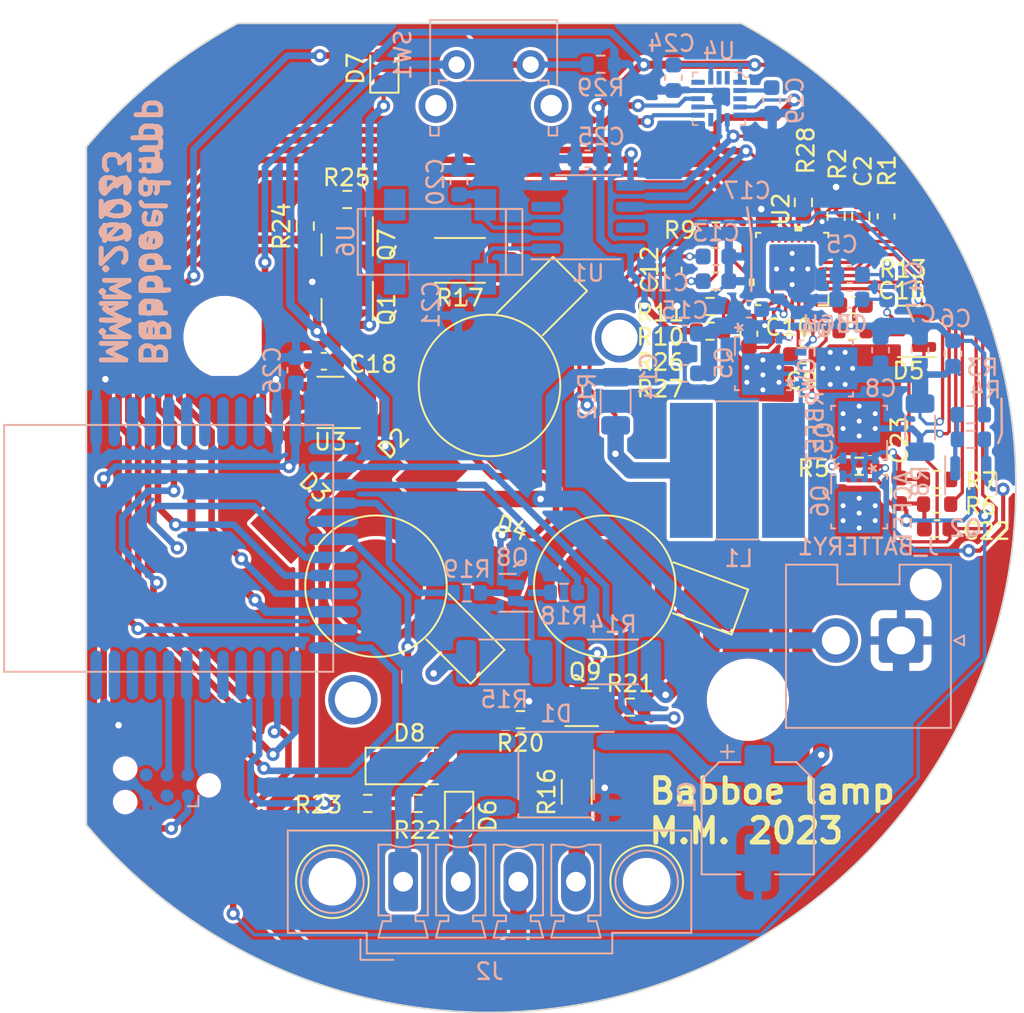
<source format=kicad_pcb>
(kicad_pcb (version 20221018) (generator pcbnew)
  (layers (0 "F.Cu" signal) (31 "B.Cu" signal) (34 "B.Paste" user) (35 "F.Paste" user) (36 "B.SilkS" user "B.Silkscreen") (37 "F.SilkS" user "F.Silkscreen") (38 "B.Mask" user) (39 "F.Mask" user) (44 "Edge.Cuts" user))
  (net 0 "")
  (net 1 "Net-(U3-BP)")
  (net 2 "Net-(D2-K)")
  (net 3 "Net-(D3-K)")
  (net 4 "Net-(D4-K)")
  (net 5 "Net-(Q7-G)")
  (net 6 "LED_PWM_0")
  (net 7 "LED_PWM_1")
  (net 8 "LED_PWM_2")
  (net 9 "SCL")
  (net 10 "SDA")
  (net 11 "VDD")
  (net 12 "/BQ24780/VCC_R")
  (net 13 "+3V3")
  (net 14 "SWDIO")
  (net 16 "SWCLK")
  (net 18 "Net-(U2-ACDET)")
  (net 22 "Net-(U4-BYP)")
  (net 23 "Net-(U1-X2)")
  (net 27 "GNDPWR")
  (net 28 "GND")
  (net 29 "/BQ24780/RBFET_GATE")
  (net 30 "Net-(Q2-G)")
  (net 31 "/BQ24780/BTST")
  (net 32 "/BQ24780/PHASE")
  (net 33 "/BQ24780/LODRV")
  (net 34 "VBAT")
  (net 35 "VCC")
  (net 36 "Net-(Q1-G)")
  (net 37 "/BQ24780/HIDRV")
  (net 38 "/BQ24780/ACDRV")
  (net 39 "/BQ24780/CMSRC")
  (net 40 "/BQ24780/BATSRC")
  (net 41 "/BQ24780/SRP")
  (net 42 "/BQ24780/SRN")
  (net 43 "/BQ24780/ACFET_GATE")
  (net 44 "/BQ24780/VIN_SWITCHABLE")
  (net 45 "Net-(U2-REGN)")
  (net 46 "/BQ24780/SR_R_P")
  (net 47 "/BQ24780/SR_R_N")
  (net 48 "Net-(D7-K)")
  (net 49 "/LEDs/LED1_GATE_R")
  (net 50 "Net-(Q8B-D)")
  (net 51 "/LEDs/LED2_GATE_R")
  (net 52 "Net-(Q8A-D)")
  (net 53 "/LEDs/LED3_GATE_R")
  (net 54 "Net-(Q9B-D)")
  (net 55 "Net-(Q9B-G)")
  (net 57 "Net-(Q9A-D)")
  (net 58 "Net-(U1-X1)")
  (net 72 "Net-(D6-K)")
  (net 73 "WHEEL_SIGNAL")
  (net 74 "KEEP_POWER")
  (net 77 "LED_PWM_3")
  (net 78 "MMA8452_INT2")
  (net 79 "MMA8452_INT1")
  (net 80 "PWR_BTN_PRESSED")
  (net 81 "/BQ24780/VIN_REVPROT")
  (net 82 "/BQ24780/VIN_I_MEASURED")
  (net 92 "Net-(J2-Pin_1)")
  (net 93 "/BQ24780/ILIM")
  (net 94 "Net-(U2-PROCHOT_N)")
  (net 95 "TB_STAT")
  (net 96 "ACOK")
  (net 97 "Net-(D6-A)")
  (net 98 "REAR_LAMP_K")
  (net 99 "Net-(D8-K)")
  (footprint "Resistor_SMD:R_0603_1608Metric" (layer "F.Cu") (at 23.7625 12.6125 180)
    (fp_text reference "R9")
    (fp_text value "10")
  )
  (footprint "Resistor_SMD:R_0603_1608Metric" (layer "F.Cu") (at 23.7625 14.1625 180)
    (fp_text reference "R11")
    (fp_text value "10")
  )
  (footprint "Package_TO_SOT_SMD:SOT-23" (layer "F.Cu") (at 1.34997 17.37997 -90)
    (fp_text reference "Q1")
    (fp_text value "Q_PMOS_GSD")
  )
  (footprint "footprints:BQ24780SRUYR" (layer "F.Cu") (at 28.3925 14.9225 180)
    (fp_text reference "U2")
    (fp_text value "RUY0028A" hide)
  )
  (footprint "Resistor_SMD:R_0603_1608Metric" (layer "F.Cu") (at 37.2 29.2125)
    (fp_text reference "R6")
    (fp_text value "4K02")
  )
  (footprint "Capacitor_SMD:C_0603_1608Metric" (layer "F.Cu") (at 21.1625 14.9625 90)
    (fp_text reference "C12")
    (fp_text value "100nF")
  )
  (footprint "Package_TO_SOT_SMD:SOT-23-5" (layer "F.Cu") (at 0.33 23.03 180)
    (fp_text reference "U3")
    (fp_text value "MIC5205-3.3YM5")
  )
  (footprint "Capacitor_SMD:C_0603_1608Metric" (layer "F.Cu") (at 29.0625 20.15)
    (fp_text reference "C9")
    (fp_text value "47nF")
  )
  (footprint "Resistor_SMD:R_0603_1608Metric" (layer "F.Cu") (at 23.7625 15.6625 180)
    (fp_text reference "R10")
    (fp_text value "10")
  )
  (footprint "footprints:DFN2020-6L" (layer "F.Cu") (at 15.6 41.55)
    (fp_text reference "Q9")
    (fp_text value "YJQ3400A-YAN")
  )
  (footprint "MountingHole:MountingHole_4.5mm" (layer "F.Cu") (at -6.1 19.05)
    (fp_text reference "REF**" hide)
    (fp_text value "MountingHole_4.5mm")
  )
  (footprint "Resistor_SMD:R_0603_1608Metric" (layer "F.Cu") (at 32.4625 26.9125 180)
    (fp_text reference "R5")
    (fp_text value "4R7")
  )
  (footprint "Diode_SMD:D_MicroMELF" (layer "F.Cu") (at 3.61 2.7475 90)
    (fp_text reference "D7")
    (fp_text value "D_Schottky")
  )
  (footprint "LED_SMD:LED_1W_3W_R8" (layer "F.Cu") (at 10 22 -135)
    (fp_text reference "D2")
    (fp_text value "LED")
  )
  (footprint "Package_TO_SOT_SMD:SOT-23" (layer "F.Cu") (at 35.4625 18.7125 180)
    (fp_text reference "D5")
    (fp_text value "BAT54C")
  )
  (footprint "Capacitor_SMD:C_0603_1608Metric" (layer "F.Cu") (at -0.07 20.53 180)
    (fp_text reference "C18")
    (fp_text value "470pF")
  )
  (footprint "Capacitor_SMD:C_0603_1608Metric" (layer "F.Cu") (at 37.2 30.7)
    (fp_text reference "C22")
    (fp_text value "1nF")
  )
  (footprint "Resistor_SMD:R_0603_1608Metric" (layer "F.Cu") (at 18.55 41.55)
    (fp_text reference "R21")
    (fp_text value "100")
  )
  (footprint "Resistor_SMD:R_0603_1608Metric" (layer "F.Cu") (at 31.0625 11.7125 90)
    (fp_text reference "R2")
    (fp_text value "66K5")
  )
  (footprint "Resistor_SMD:R_0603_1608Metric" (layer "F.Cu") (at 32.5625 11.7125 -90)
    (fp_text reference "R1")
    (fp_text value "430K")
  )
  (footprint "Resistor_SMD:R_0603_1608Metric" (layer "F.Cu") (at 11.88 42.31 180)
    (fp_text reference "R20")
    (fp_text value "100")
  )
  (footprint "Resistor_SMD:R_2010_5025Metric" (layer "F.Cu") (at 8.2 14.4 180)
    (fp_text reference "R17")
    (fp_text value "TBD")
  )
  (footprint "LED_SMD:LED_1W_3W_R8" (layer "F.Cu") (at 3.1 34.2 135)
    (fp_text reference "D3")
    (fp_text value "LED")
  )
  (footprint "Capacitor_SMD:C_0603_1608Metric" (layer "F.Cu") (at 34.1 11.725 90)
    (fp_text reference "C2")
    (fp_text value "100nF")
  )
  (footprint "Package_TO_SOT_SMD:SOT-23" (layer "F.Cu") (at 1.34997 13.44997 -90)
    (fp_text reference "Q7")
    (fp_text value "BSS138")
  )
  (footprint "MountingHole:MountingHole_4.5mm" (layer "F.Cu") (at 25.7 41.100001)
    (fp_text reference "REF**" hide)
    (fp_text value "MountingHole_4.5mm")
  )
  (footprint "Resistor_SMD:R_0603_1608Metric" (layer "F.Cu") (at 23.4 17.2 180)
    (fp_text reference "R26")
    (fp_text value "TBD")
  )
  (footprint "Resistor_SMD:R_0603_1608Metric" (layer "F.Cu") (at -1.2 12.32 90)
    (fp_text reference "R24")
    (fp_text value "47")
  )
  (footprint "Resistor_SMD:R_0603_1608Metric" (layer "F.Cu") (at 23.4 18.7)
    (fp_text reference "R27")
    (fp_text value "TBD")
  )
  (footprint "Capacitor_SMD:C_0603_1608Metric" (layer "F.Cu") (at 25.7625 18.8625 -90)
    (fp_text reference "C10")
    (fp_text value "470pF")
  )
  (footprint "Resistor_SMD:R_0603_1608Metric" (layer "F.Cu") (at 5.65 47.4)
    (fp_text reference "R22")
    (fp_text value "1K")
  )
  (footprint "Resistor_SMD:R_0603_1608Metric" (layer "F.Cu") (at 1.34997 10.69997 180)
    (fp_text reference "R25")
    (fp_text value "10K")
  )
  (footprint "Resistor_SMD:R_0603_1608Metric" (layer "F.Cu") (at 29.075 10.875 -90)
    (fp_text reference "R28")
    (fp_text value "10K")
  )
  (footprint "Resistor_SMD:R_0603_1608Metric" (layer "F.Cu") (at 2.6 47.4)
    (fp_text reference "R23")
    (fp_text value "1K")
  )
  (footprint "LED_SMD:LED_1W_3W_R8" (layer "F.Cu") (at 17 34.2 160)
    (fp_text reference "D4")
    (fp_text value "LED")
  )
  (footprint "Capacitor_SMD:C_0603_1608Metric" (layer "F.Cu") (at 32.0625 17.1125 180)
    (fp_text reference "C16")
    (fp_text value "1uF")
  )
  (footprint "Diode_SMD:D_MicroMELF" (layer "F.Cu") (at 8.15 48.15 -90)
    (fp_text reference "D6")
    (fp_text value "D_Schottky")
  )
  (footprint "Resistor_SMD:R_0603_1608Metric" (layer "F.Cu") (at 37.2 27.7125)
    (fp_text reference "R7")
    (fp_text value "4K02")
  )
  (footprint "Capacitor_SMD:C_0603_1608Metric" (layer "F.Cu") (at 34.9 28.4 90)
    (fp_text reference "C23")
    (fp_text value "47nF")
  )
  (footprint "Diode_SMD:D_MiniMELF" (layer "F.Cu") (at 5.125 45.125)
    (fp_text reference "D8")
    (fp_text value "BZV55C2V7")
  )
  (footprint "Resistor_SMD:R_0603_1608Metric" (layer "F.Cu") (at 32.0625 18.6625)
    (fp_text reference "R13")
    (fp_text value "10")
  )
  (footprint "Resistor_SMD:R_1206_3216Metric" (layer "F.Cu") (at 15.3 46.7 90)
    (fp_text reference "R16")
    (fp_text value "TBD")
  )
  (footprint "NetTie:NetTie-2_SMD_Pad0.5mm" (layer "B.Cu") (at 29.3625 16.7125 180)
    (fp_text reference "NT1" hide)
    (fp_text value "NetTie_2")
  )
  (footprint "NetTie:NetTie-2_SMD_Pad0.5mm" (layer "B.Cu") (at 15.95 22.7 90)
    (fp_text reference "NT2" hide)
    (fp_text value "NetTie_2")
  )
  (footprint "Capacitor_SMD:C_0603_1608Metric" (layer "B.Cu") (at 8.143858 9.625 -90)
    (fp_text reference "C20")
    (fp_text value "5pF")
  )
  (footprint "Resistor_SMD:R_1206_3216Metric" (layer "B.Cu") (at 17.6625 22.9625 90)
    (fp_text reference "R12")
    (fp_text value "10m")
  )
  (footprint "Package_TO_SOT_SMD:SOT-23" (layer "B.Cu") (at 39.25 27.975 -90)
    (fp_text reference "Q2")
    (fp_text value "BSS138")
  )
  (footprint "footprints:CSD18543Q3A" (layer "B.Cu") (at 32.4625 24.8625 90)
    (fp_text reference "Q3")
    (fp_text value "RBFET")
  )
  (footprint "Capacitor_SMD:C_0603_1608Metric" (layer "B.Cu") (at 23.7625 15.6625 180)
    (fp_text reference "C11")
    (fp_text value "100nF")
  )
  (footprint "Resistor_SMD:R_1206_3216Metric" (layer "B.Cu") (at 36.1625 24.5625 90)
    (fp_text reference "R8")
    (fp_text value "10m")
  )
  (footprint "Inductor_SMD:L_Bourns-SRN8040_8x8.15mm" (layer "B.Cu") (at 25.0625 27.1625 180)
    (fp_text reference "L1")
    (fp_text value "3,3uH")
  )
  (footprint "Capacitor_SMD:C_0603_1608Metric" (layer "B.Cu") (at 15.96 8.23)
    (fp_text reference "C25")
    (fp_text value "100nF")
  )
  (footprint "Connector_Phoenix_MC:PhoenixContact_MCV_1,5_4-GF-3.5_1x04_P3.50mm_Vertical_ThreadedFlange_MountHole" (layer "B.Cu") (at 4.75 52.1575)
    (fp_text reference "J2")
    (fp_text value "Conn_01x04_Pin")
  )
  (footprint "Capacitor_SMD:C_0603_1608Metric" (layer "B.Cu") (at 27.14619 4.675 90)
    (fp_text reference "C19")
    (fp_text value "100nF")
  )
  (footprint "Button_Switch_THT:SW_Tactile_SPST_Angled_PTS645Vx39-2LFS" (layer "B.Cu") (at 12.5 2.5 180)
    (fp_text reference "SW1")
    (fp_text value "SW_MEC_5E")
  )
  (footprint "Package_SO:SO-8_3.9x4.9mm_P1.27mm" (layer "B.Cu") (at 15.993858 11.775)
    (fp_text reference "U1")
    (fp_text value "MCP79402T-xSN")
  )
  (footprint "Resistor_SMD:R_0603_1608Metric" (layer "B.Cu") (at 39.25 23.775 180)
    (fp_text reference "R3")
    (fp_text value "1M")
  )
  (footprint "Capacitor_SMD:C_0603_1608Metric" (layer "B.Cu") (at 31.8625 16.7625)
    (fp_text reference "C5")
    (fp_text value "100nF")
  )
  (footprint "Diode_SMD:Diode_Bridge_Diotec_ABS" (layer "B.Cu") (at 14.05 45.65 180)
    (fp_text reference "D1")
    (fp_text value "D_Bridge_+-AA")
  )
  (footprint "Capacitor_SMD:C_0603_1608Metric" (layer "B.Cu") (at 21.8625 21.2625 180)
    (fp_text reference "C14")
    (fp_text value "10uF")
  )
  (footprint "Capacitor_SMD:C_0603_1608Metric" (layer "B.Cu") (at 21.175 3.3 90)
    (fp_text reference "C24")
    (fp_text value "100nF")
  )
  (footprint "Resistor_SMD:R_0603_1608Metric" (layer "B.Cu") (at 8.625 34.6 180)
    (fp_text reference "R19")
    (fp_text value "100")
  )
  (footprint "Resistor_SMD:R_0603_1608Metric" (layer "B.Cu") (at 14.525 34.575)
    (fp_text reference "R18")
    (fp_text value "100")
  )
  (footprint "footprints:MC-306" (layer "B.Cu") (at 6.993858 13.275 180)
    (fp_text reference "U6")
    (fp_text value "MC-306")
  )
  (footprint "Capacitor_SMD:C_0603_1608Metric" (layer "B.Cu") (at 21.8625 18.8625 180)
    (fp_text reference "C15")
    (fp_text value "10uF")
  )
  (footprint "footprints:YJ-14015" (layer "B.Cu") (at -19.5 31.9 180)
    (fp_text reference "U5" hide)
    (fp_text value "YJ-14015" hide)
  )
  (footprint "Capacitor_SMD:C_0603_1608Metric" (layer "B.Cu") (at 33.7625 19.8525 -90)
    (fp_text reference "C8")
    (fp_text value "10uF")
  )
  (footprint "Capacitor_SMD:C_0603_1608Metric" (layer "B.Cu") (at 31.8875 15.2625)
    (fp_text reference "C3")
    (fp_text value "100nF")
  )
  (footprint "Capacitor_SMD:C_0603_1608Metric" (layer "B.Cu") (at 34.1625 16.0125 -90)
    (fp_text reference "C4")
    (fp_text value "100nF")
  )
  (footprint "footprints:CSD18543Q3A" (layer "B.Cu") (at 26.6125 20.6625 -90)
    (fp_text reference "Q5")
    (fp_text value "LOW")
  )
  (footprint "Connector:Tag-Connect_TC2030-IDC-NL_2x03_P1.27mm_Vertical" (layer "B.Cu") (at -9.6 46.3 180)
    (fp_text reference "J1" hide)
    (fp_text value "Conn_ARM_SWD_TagConnect_TC2030-NL" hide)
  )
  (footprint "footprints:CSD18543Q3A" (layer "B.Cu") (at 32.4625 29.0625 -90)
    (fp_text reference "Q6")
    (fp_text value "ACFET")
  )
  (footprint "Resistor_SMD:R_2010_5025Metric" (layer "B.Cu") (at 10.9 38.8)
    (fp_text reference "R15")
    (fp_text value "TBD")
  )
  (footprint "footprints:DFN2020-6L" (layer "B.Cu") (at 11.6 34.6 180)
    (fp_text reference "Q8")
    (fp_text value "YJQ3400A-YAN")
  )
  (footprint "Resistor_SMD:R_2010_5025Metric" (layer "B.Cu") (at 17.5 38.8 180)
    (fp_text reference "R14")
    (fp_text value "TBD")
  )
  (footprint "footprints:CSD18543Q3A" (layer "B.Cu") (at 30.4625 20.9625)
    (fp_text reference "Q4")
    (fp_text value "HIGH")
  )
  (footprint "Capacitor_SMD:C_0603_1608Metric" (layer "B.Cu") (at 8.093858 16.975 90)
    (fp_text reference "C21")
    (fp_text value "5pF")
  )
  (footprint "Capacitor_SMD:CP_Elec_6.3x5.7" (layer "B.Cu") (at 26.3 48.3 -90)
    (fp_text reference "C1")
    (fp_text value "100uF")
  )
  (footprint "Capacitor_SMD:C_0603_1608Metric" (layer "B.Cu") (at 25.7625 17.3625)
    (fp_text reference "C17")
    (fp_text value "2u2")
  )
  (footprint "Connector_JST:JST_VH_B2P-VH-FB-B_1x02_P3.96mm_Vertical" (layer "B.Cu") (at 35.0075 37.5 180)
    (fp_text reference "J_BATTERY1")
    (fp_text value "Conn_01x02")
  )
  (footprint "Capacitor_SMD:C_0603_1608Metric" (layer "B.Cu") (at 36.1625 19.8625 -90)
    (fp_text reference "C7")
    (fp_text value "10uF")
  )
  (footprint "Resistor_SMD:R_0603_1608Metric" (layer "B.Cu") (at 16.76 2.48)
    (fp_text reference "R29")
    (fp_text value "10K")
  )
  (footprint "Capacitor_SMD:C_0603_1608Metric" (layer "B.Cu") (at -1.77 21.07 -90)
    (fp_text reference "C26")
    (fp_text value "100nF")
  )
  (footprint "Capacitor_SMD:C_0603_1608Metric" (layer "B.Cu") (at 38.1625 20.0625 -90)
    (fp_text reference "C6")
    (fp_text value "1uF")
  )
  (footprint "footprints:VQFN-16_3x3mm" (layer "B.Cu") (at 23.94619 4.575 180)
    (fp_text reference "U4")
    (fp_text value "MMA8452QR1")
  )
  (footprint "Capacitor_SMD:C_0603_1608Metric" (layer "B.Cu") (at 23.7625 14.1625 180)
    (fp_text reference "C13")
    (fp_text value "100nF")
  )
  (footprint "Resistor_SMD:R_0603_1608Metric" (layer "B.Cu") (at 39.25 25.275)
    (fp_text reference "R4")
    (fp_text value "3M")
  )
  (gr_line (start 25.908 12.954) (end 25.908 16.256) (stroke (width 0.15)) (layer "B.SilkS"))
  (gr_line (start 25.654 11.176) (end 25.908 12.954) (stroke (width 0.15)) (layer "B.SilkS"))
  (gr_line (start 41.13 24.93) (end 40.91 25.5) (stroke (width 0.15)) (layer "B.SilkS"))
  (gr_line (start 41.11 22.8) (end 41.13 24.93) (stroke (width 0.15)) (layer "B.SilkS"))
  (gr_arc locked (start 25.3 0) (mid 34.763267 48.347085) (end -14.5 48.7) (stroke (width 0.1)) (layer "Edge.Cuts"))
  (gr_line locked (start -5.3 0) (end 25.3 0) (stroke (width 0.1)) (layer "Edge.Cuts"))
  (gr_line locked (start -14.5 48.7) (end -14.5 7.5) (stroke (width 0.1)) (layer "Edge.Cuts"))
  (gr_arc locked (start -14.5 7.5) (mid -10.250761 3.319733) (end -5.3 0) (stroke (width 0.1)) (layer "Edge.Cuts"))
  (gr_text "Babboe lamp\nM.M. 2023" (at -13.8 21 270) (layer "B.SilkS") (effects (font (size 1.5 1.5) (thickness 0.3) bold) (justify left bottom mirror)))
  (gr_text "Babboe lamp\nM.M. 2023" (at -13.6 19.6 -90) (layer "B.SilkS") (effects (font (size 1.5 1.5) (thickness 0.3) bold) (justify left bottom mirror)))
  (gr_text "Babboe lamp\nM.M. 2023" (at 19.55 49.9475) (layer "F.SilkS") (effects (font (size 1.5 1.5) (thickness 0.3) bold) (justify left bottom)))
  (via locked (at 1.7 41.1) (size 3) (drill 2.2) (layers "F.Cu" "B.Cu") (net 0))
  (via locked (at 17.9 19.1) (size 3) (drill 2.2) (layers "F.Cu" "B.Cu") (net 0))
  (segment (start -0.8075 22.08) (end -0.8075 20.5675) (width 0.25) (layer "F.Cu") (net 1))
  (segment (start -0.8075 20.5675) (end -0.845 20.53) (width 0.25) (layer "F.Cu") (net 1))
  (segment (start 10.5125 14.4) (end 11.380256 14.4) (width 1) (layer "F.Cu") (net 2))
  (segment (start 11.380256 14.4) (end 13.535534 16.555278) (width 1) (layer "F.Cu") (net 2))
  (segment (start 8.364466 37.735534) (end 6.6 39.5) (width 1) (layer "F.Cu") (net 3))
  (segment (start 8.544722 37.735534) (end 8.364466 37.735534) (width 1) (layer "F.Cu") (net 3))
  (via (at 6.6 39.5) (size 0.8) (drill 0.4) (layers "F.Cu" "B.Cu") (net 3))
  (segment (start 8.5875 38.8) (end 7.3 38.8) (width 1) (layer "B.Cu") (net 3))
  (segment (start 7.3 38.8) (end 6.6 39.5) (width 1) (layer "B.Cu") (net 3))
  (segment (start 20.7 40.8) (end 23.483035 38.016965) (width 1) (layer "F.Cu") (net 4))
  (segment (start 23.483035 38.016965) (end 23.483035 34.539501) (width 1) (layer "F.Cu") (net 4))
  (via (at 20.7 40.8) (size 0.8) (drill 0.4) (layers "F.Cu" "B.Cu") (net 4))
  (segment (start 19.8125 39.9125) (end 20.7 40.8) (width 1) (layer "B.Cu") (net 4))
  (segment (start 19.8125 38.8) (end 19.8125 39.9125) (width 1) (layer "B.Cu") (net 4))
  (segment (start -1.2 10.09) (end -0.88497 9.77497) (width 0.5) (layer "F.Cu") (net 5))
  (segment (start 2.17497 10.69997) (end 2.17497 12.38747) (width 0.5) (layer "F.Cu") (net 5))
  (segment (start -0.88497 9.77497) (end 1.746436 9.77497) (width 0.5) (layer "F.Cu") (net 5))
  (segment (start 2.17497 12.38747) (end 2.29997 12.51247) (width 0.5) (layer "F.Cu") (net 5))
  (segment (start 2.17497 10.203504) (end 2.17497 10.69997) (width 0.5) (layer "F.Cu") (net 5))
  (segment (start -1.2 11.495) (end -1.2 10.09) (width 0.5) (layer "F.Cu") (net 5))
  (segment (start 1.746436 9.77497) (end 2.17497 10.203504) (width 0.5) (layer "F.Cu") (net 5))
  (segment (start 9.693406 28.04999) (end 15.35 33.706584) (width 0.4) (layer "B.Cu") (net 6))
  (segment (start 0.5 28.04999) (end 9.693406 28.04999) (width 0.4) (layer "B.Cu") (net 6))
  (segment (start 15.35 33.706584) (end 15.35 34.575) (width 0.4) (layer "B.Cu") (net 6))
  (segment (start 3.88 29.91) (end 3.11999 29.14999) (width 0.4) (layer "B.Cu") (net 7))
  (segment (start 3.88 32.771508) (end 3.88 29.91) (width 0.4) (layer "B.Cu") (net 7))
  (segment (start 3.11999 29.14999) (end 0.5 29.14999) (width 0.4) (layer "B.Cu") (net 7))
  (segment (start 7.8 34.6) (end 5.708492 34.6) (width 0.4) (layer "B.Cu") (net 7))
  (segment (start 5.708492 34.6) (end 3.88 32.771508) (width 0.4) (layer "B.Cu") (net 7))
  (segment (start 19.92 42.2) (end 21.21 42.2) (width 0.4) (layer "F.Cu") (net 8))
  (segment (start 19.375 41.835) (end 19.83 42.29) (width 0.4) (layer "F.Cu") (net 8))
  (segment (start 19.83 42.29) (end 19.92 42.2) (width 0.4) (layer "F.Cu") (net 8))
  (segment (start 19.375 41.55) (end 19.375 41.835) (width 0.4) (layer "F.Cu") (net 8))
  (via (at 21.21 42.2) (size 0.8) (drill 0.4) (layers "F.Cu" "B.Cu") (net 8))
  (segment (start 21.21 42.2) (end 18.73 42.2) (width 0.4) (layer "B.Cu") (net 8))
  (segment (start 18.01 41.48) (end 18.01 36.96) (width 0.4) (layer "B.Cu") (net 8))
  (segment (start 9.80999 26.94999) (end 0.5 26.94999) (width 0.4) (layer "B.Cu") (net 8))
  (segment (start 18.73 42.2) (end 18.01 41.48) (width 0.4) (layer "B.Cu") (net 8))
  (segment (start 17.07 36.02) (end 17.07 34.21) (width 0.4) (layer "B.Cu") (net 8))
  (segment (start 17.07 34.21) (end 9.80999 26.94999) (width 0.4) (layer "B.Cu") (net 8))
  (segment (start 18.01 36.96) (end 17.07 36.02) (width 0.4) (layer "B.Cu") (net 8))
  (segment (start 24.24 7.76) (end 25.57 7.76) (width 0.4) (layer "F.Cu") (net 9))
  (segment (start 25.66 7.75) (end 25.58 7.75) (width 0.2) (layer "F.Cu") (net 9))
  (segment (start -10.749 30.101) (end -8.98 31.87) (width 0.4) (layer "F.Cu") (net 9))
  (segment (start 27.992501 12.364588) (end 27.877913 12.25) (width 0.2) (layer "F.Cu") (net 9))
  (segment (start 27.44 5.72) (end 24.18 5.72) (width 0.4) (layer "F.Cu") (net 9))
  (segment (start 25.7 7.71) (end 25.66 7.75) (width 0.2) (layer "F.Cu") (net 9))
  (segment (start 23.8 6.1) (end 23.8 6.75) (width 0.4) (layer "F.Cu") (net 9))
  (segment (start 23.79 6.76) (end 18.56 6.76) (width 0.4) (layer "F.Cu") (net 9))
  (segment (start -4.230565 7.696209) (end -11.348004 14.813648) (width 0.4) (layer "F.Cu") (net 9))
  (segment (start -11.348002 23.884708) (end -10.749 24.48371) (width 0.4) (layer "F.Cu") (net 9))
  (segment (start 24.18 5.72) (end 23.8 6.1) (width 0.4) (layer "F.Cu") (net 9))
  (segment (start 23.8 6.75) (end 23.8 7.32) (width 0.4) (layer "F.Cu") (net 9))
  (segment (start 23.8 7.32) (end 24.24 7.76) (width 0.4) (layer "F.Cu") (net 9))
  (segment (start -11.348004 14.813648) (end -11.348002 23.884708) (width 0.4) (layer "F.Cu") (net 9))
  (segment (start 28.5084 4.6516) (end 27.44 5.72) (width 0.4) (layer "F.Cu") (net 9))
  (segment (start 17.623792 7.696208) (end -4.230565 7.696209) (width 0.4) (layer "F.Cu") (net 9))
  (segment (start 25.57 7.76) (end 25.58 7.75) (width 0.4) (layer "F.Cu") (net 9))
  (segment (start 18.56 6.76) (end 17.623792 7.696208) (width 0.4) (layer "F.Cu") (net 9))
  (segment (start -10.749 24.48371) (end -10.749 30.101) (width 0.4) (layer "F.Cu") (net 9))
  (segment (start 23.8 6.75) (end 23.79 6.76) (width 0.4) (layer "F.Cu") (net 9))
  (segment (start 27.87 12.25) (end 27.87 9.88) (width 0.2) (layer "F.Cu") (net 9))
  (segment (start 27.87 9.88) (end 25.7 7.71) (width 0.2) (layer "F.Cu") (net 9))
  (segment (start 27.992501 13.022501) (end 27.992501 12.364588) (width 0.2) (layer "F.Cu") (net 9))
  (via (at 25.58 7.75) (size 0.8) (drill 0.4) (layers "F.Cu" "B.Cu") (net 9))
  (via (at 28.5084 4.6516) (size 0.8) (drill 0.4) (layers "F.Cu" "B.Cu") (net 9))
  (via (at -8.98 31.87) (size 0.8) (drill 0.4) (layers "F.Cu" "B.Cu") (net 9))
  (segment (start -10.421497 29.598836) (end -10.421497 30.428503) (width 0.4) (layer "B.Cu") (net 9))
  (segment (start 25.22119 5.075) (end 26.165 5.075) (width 0.2032) (layer "B.Cu") (net 9))
  (segment (start -10.15316 29.330499) (end -10.421497 29.598836) (width 0.4) (layer "B.Cu") (net 9))
  (segment (start -1.202188 32.44999) (end -4.321679 29.330499) (width 0.4) (layer "B.Cu") (net 9))
  (segment (start 28.51 4.65) (end 28.5084 4.6516) (width 0.2032) (layer "B.Cu") (net 9))
  (segment (start 18.568858 11.14) (end 22.19 11.14) (width 0.4) (layer "B.Cu") (net 9))
  (segment (start 26.165 5.075) (end 26.54 4.7) (width 0.2032) (layer "B.Cu") (net 9))
  (segment (start 0.5 32.44999) (end -1.202188 32.44999) (width 0.4) (layer "B.Cu") (net 9))
  (segment (start 26.54 4.7) (end 26.5884 4.6516) (width 0.2032) (layer "B.Cu") (net 9))
  (segment (start -4.321679 29.330499) (end -10.15316 29.330499) (width 0.4) (layer "B.Cu") (net 9))
  (segment (start 26.5884 4.6516) (end 28.5084 4.6516) (width 0.2032) (layer "B.Cu") (net 9))
  (segment (start 22.19 11.14) (end 25.58 7.75) (width 0.4) (layer "B.Cu") (net 9))
  (segment (start -10.421497 30.428503) (end -8.98 31.87) (width 0.4) (layer "B.Cu") (net 9))
  (segment (start 18.224291 8.295709) (end -3.982243 8.295709) (width 0.4) (layer "F.Cu") (net 10))
  (segment (start -10.149499 29.390501) (end -9.08 30.46) (width 0.4) (layer "F.Cu") (net 10))
  (segment (start 28.269501 12.076608) (end 28.269501 9.450258) (width 0.2) (layer "F.Cu") (net 10))
  (segment (start 28.269501 9.450258) (end 25.669243 6.85) (width 0.2) (layer "F.Cu") (net 10))
  (segment (start -10.149499 24.235389) (end -10.149499 29.390501) (width 0.4) (layer "F.Cu") (net 10))
  (segment (start -10.728503 15.041969) (end -10.728503 15.383615) (width 0.4) (layer "F.Cu") (net 10))
  (segment (start 18.61 7.91) (end 18.224291 8.295709) (width 0.4) (layer "F.Cu") (net 10))
  (segment (start -3.982243 8.295709) (end -10.728503 15.041969) (width 0.4) (layer "F.Cu") (net 10))
  (segment (start 28.3925 12.199607) (end 28.269501 12.076608) (width 0.2) (layer "F.Cu") (net 10))
  (segment (start 28.3925 13.022501) (end 28.3925 12.199607) (width 0.2) (layer "F.Cu") (net 10))
  (segment (start -10.748503 15.403615) (end -10.748502 23.636386) (width 0.4) (layer "F.Cu") (net 10))
  (segment (start -10.728503 15.383615) (end -10.748503 15.403615) (width 0.4) (layer "F.Cu") (net 10))
  (segment (start 25.669243 6.85) (end 24.81 6.85) (width 0.2) (layer "F.Cu") (net 10))
  (segment (start -10.748502 23.636386) (end -10.149499 24.235389) (width 0.4) (layer "F.Cu") (net 10))
  (via (at -9.08 30.46) (size 0.8) (drill 0.4) (layers "F.Cu" "B.Cu") (net 10))
  (via (at 24.81 6.85) (size 0.8) (drill 0.4) (layers "F.Cu" "B.Cu") (net 10))
  (via (at 18.61 7.91) (size 0.8) (drill 0.4) (layers "F.Cu" "B.Cu") (net 10))
  (segment (start -5.55 30.46) (end -9.08 30.46) (width 0.4) (layer "B.Cu") (net 10))
  (segment (start 24.44619 5.85) (end 24.44619 6.48619) (width 0.2) (layer "B.Cu") (net 10))
  (segment (start 18.568858 7.951142) (end 18.61 7.91) (width 0.4) (layer "B.Cu") (net 10))
  (segment (start 21.79 9.87) (end 24.81 6.85) (width 0.4) (layer "B.Cu") (net 10))
  (segment (start 24.44619 6.48619) (end 24.81 6.85) (width 0.2) (layer "B.Cu") (net 10))
  (segment (start -2.46001 33.54999) (end -5.55 30.46) (width 0.4) (layer "B.Cu") (net 10))
  (segment (start 18.568858 9.87) (end 21.79 9.87) (width 0.4) (layer "B.Cu") (net 10))
  (segment (start 18.568858 9.87) (end 18.568858 7.951142) (width 0.4) (layer "B.Cu") (net 10))
  (segment (start 0.5 33.54999) (end -2.46001 33.54999) (width 0.4) (layer "B.Cu") (net 10))
  (segment (start 37.975 30.7) (end 40.309243 30.7) (width 0.2) (layer "F.Cu") (net 11))
  (segment (start 37.975 30.7) (end 37.975 31.325) (width 0.2) (layer "F.Cu") (net 11))
  (segment (start 39.969501 28.630258) (end 39.969501 17.689501) (width 0.2) (layer "F.Cu") (net 11))
  (segment (start 31.43 33.15) (end 32.4625 32.1175) (width 1) (layer "F.Cu") (net 11))
  (segment (start 34.724999 31.5) (end 33.437499 30.2125) (width 0.2) (layer "F.Cu") (net 11))
  (segment (start 35.4875 21.3875) (end 36.4 20.475) (width 0.2) (layer "F.Cu") (net 11))
  (segment (start 40.7895 30.219743) (end 40.7895 29.450257) (width 0.2) (layer "F.Cu") (net 11))
  (segment (start 40.7895 29.450257) (end 39.969501 28.630258) (width 0.2) (layer "F.Cu") (net 11))
  (segment (start 30.16 41.26) (end 27.7 38.8) (width 1) (layer "F.Cu") (net 11))
  (segment (start 37.8 31.5) (end 37.2 31.5) (width 0.2) (layer "F.Cu") (net 11))
  (segment (start 27.7 38.8) (end 27.7 34.22) (width 1) (layer "F.Cu") (net 11))
  (segment (start 35.4875 25.4875) (end 35.4875 21.3875) (width 0.2) (layer "F.Cu") (net 11))
  (segment (start 28.77 33.15) (end 31.43 33.15) (width 1) (layer "F.Cu") (net 11))
  (segment (start 36.19 11.315) (end 34.95 10.075) (width 0.2) (layer "F.Cu") (net 11))
  (segment (start 39.969501 17.689501) (end 36.19 13.91) (width 0.2) (layer "F.Cu") (net 11))
  (segment (start 32.4625 32.1175) (end 32.4625 29.759999) (width 1) (layer "F.Cu") (net 11))
  (segment (start 40.309243 30.7) (end 40.7895 30.219743) (width 0.2) (layer "F.Cu") (net 11))
  (segment (start 36.19 13.91) (end 36.19 11.315) (width 0.2) (layer "F.Cu") (net 11))
  (segment (start 37.2 31.5) (end 34.724999 31.5) (width 0.2) (layer "F.Cu") (net 11))
  (segment (start 30.16 44.45) (end 30.16 41.26) (width 1) (layer "F.Cu") (net 11))
  (segment (start 32.5625 10.2875) (end 32.775 10.075) (width 0.2032) (layer "F.Cu") (net 11))
  (segment (start 37.2 27.2) (end 35.4875 25.4875) (width 0.2) (layer "F.Cu") (net 11))
  (segment (start 27.7 34.22) (end 28.77 33.15) (width 1) (layer "F.Cu") (net 11))
  (segment (start 37.2 31.5) (end 37.2 27.2) (width 0.2) (layer "F.Cu") (net 11))
  (segment (start 32.775 10.075) (end 34.95 10.075) (width 0.2032) (layer "F.Cu") (net 11))
  (segment (start 37.975 31.325) (end 37.8 31.5) (width 0.2) (layer "F.Cu") (net 11))
  (segment (start 32.5625 10.8875) (end 32.5625 10.2875) (width 0.2032) (layer "F.Cu") (net 11))
  (segment (start 36.4 20.475) (end 36.4 19.6625) (width 0.2) (layer "F.Cu") (net 11))
  (via (at 30.16 44.45) (size 0.8) (drill 0.4) (layers "F.Cu" "B.Cu") (net 11))
  (segment (start 29.01 45.6) (end 30.16 44.45) (width 1) (layer "B.Cu") (net 11))
  (segment (start 26.3 45.6) (end 29.01 45.6) (width 1) (layer "B.Cu") (net 11))
  (segment (start 21.15 43.65) (end 17.025 43.65) (width 1) (layer "B.Cu") (net 11))
  (segment (start 26.3 45.6) (end 23.1 45.6) (width 1) (layer "B.Cu") (net 11))
  (segment (start 23.1 45.6) (end 21.15 43.65) (width 1) (layer "B.Cu") (net 11))
  (segment (start 32.9375 18.7125) (end 32.8875 18.6625) (width 0.2) (layer "F.Cu") (net 12))
  (segment (start 34.525 18.7125) (end 32.9375 18.7125) (width 0.2) (layer "F.Cu") (net 12))
  (segment (start -3.643611 20.67756) (end -3.643611 14.526389) (width 0.4) (layer "F.Cu") (net 13))
  (segment (start 29.08 7.75) (end 29.37 7.46) (width 0.254) (layer "F.Cu") (net 13))
  (segment (start 29.08 10.045) (end 29.08 7.75) (width 0.254) (layer "F.Cu") (net 13))
  (segment (start -2.19 24.48) (end -1.69 23.98) (width 0.5) (layer "F.Cu") (net 13))
  (segment (start -2.19 26.93) (end -2.19 24.48) (width 0.5) (layer "F.Cu") (net 13))
  (segment (start -3.776051 23.776127) (end -3.776051 20.81) (width 0.4) (layer "F.Cu") (net 13))
  (segment (start 26.11 2.51) (end 19.37 2.51) (width 0.5) (layer "F.Cu") (net 13))
  (segment (start 29.37 3.71) (end 28.17 2.51) (width 0.254) (layer "F.Cu") (net 13))
  (segment (start -3.643611 14.526389) (end -3.65 14.52) (width 0.4) (layer "F.Cu") (net 13))
  (segment (start -2.19 25.362178) (end -3.776051 23.776127) (width 0.4) (layer "F.Cu") (net 13))
  (segment (start -13.45 47.342856) (end -13.45 27.64) (width 0.4) (layer "F.Cu") (net 13))
  (segment (start 20.96 18.7) (end 19.42 17.16) (width 0.4) (layer "F.Cu") (net 13))
  (segment (start -11.872856 48.92) (end -13.45 47.342856) (width 0.4) (layer "F.Cu") (net 13))
  (segment (start 29.075 10.05) (end 29.08 10.045) (width 0.254) (layer "F.Cu") (net 13))
  (segment (start 22.575 18.7) (end 20.96 18.7) (width 0.4) (layer "F.Cu") (net 13))
  (segment (start 19.37 2.51) (end 19.221513 2.51) (width 0.5) (layer "F.Cu") (net 13))
  (segment (start 28.17 2.51) (end 26.11 2.51) (width 0.254) (layer "F.Cu") (net 13))
  (segment (start -1.69 23.98) (end -0.8075 23.98) (width 0.5) (layer "F.Cu") (net 13))
  (segment (start -2.19 26.93) (end -2.19 25.362178) (width 0.4) (layer "F.Cu") (net 13))
  (segment (start -9.34 48.92) (end -11.872856 48.92) (width 0.4) (layer "F.Cu") (net 13))
  (segment (start 19.221513 2.51) (end 16.605756 5.125756) (width 0.5) (layer "F.Cu") (net 13))
  (segment (start -3.776051 20.81) (end -3.643611 20.67756) (width 0.4) (layer "F.Cu") (net 13))
  (segment (start 29.37 7.46) (end 29.37 3.71) (width 0.254) (layer "F.Cu") (net 13))
  (via (at -3.65 14.52) (size 0.8) (drill 0.4) (layers "F.Cu" "B.Cu") (net 13))
  (via (at 19.42 17.16) (size 0.8) (drill 0.4) (layers "F.Cu" "B.Cu") (net 13))
  (via (at -13.45 27.64) (size 0.8) (drill 0.4) (layers "F.Cu" "B.Cu") (net 13))
  (via (at 16.605756 5.125756) (size 0.8) (drill 0.4) (layers "F.Cu" "B.Cu") (net 13))
  (via (at 26.11 2.51) (size 0.8) (drill 0.4) (layers "F.Cu" "B.Cu") (net 13))
  (via (at -2.19 26.93) (size 0.8) (drill 0.4) (layers "F.Cu" "B.Cu") (net 13))
  (via (at -9.34 48.92) (size 0.8) (drill 0.4) (layers "F.Cu" "B.Cu") (net 13))
  (via (at 19.37 2.51) (size 0.8) (drill 0.4) (layers "F.Cu" "B.Cu") (net 13))
  (segment (start 22.6 2.525) (end 21.175 2.525) (width 0.254) (layer "B.Cu") (net 13))
  (segment (start 16.735 13.095) (end 16.735 8.23) (width 0.5) (layer "B.Cu") (net 13))
  (segment (start 19.42 17.16) (end 19.42 16.02) (width 0.4) (layer "B.Cu") (net 13))
  (segment (start -2.19 26.93) (end -12.74 26.93) (width 0.4) (layer "B.Cu") (net 13))
  (segment (start 19.42 16.02) (end 18.568858 15.168858) (width 0.4) (layer "B.Cu") (net 13))
  (segment (start -8.33 47.91) (end -9.34 48.92) (width 0.4) (layer "B.Cu") (net 13))
  (segment (start -1.77 24.17) (end -1.8 24.2) (width 0.5) (layer "B.Cu") (net 13))
  (segment (start -8.33 46.935) (end -8.33 47.91) (width 0.4) (layer "B.Cu") (net 13))
  (segment (start 16.735 5.255) (end 16.605756 5.125756) (width 0.5) (layer "B.Cu") (net 13))
  (segment (start -1.77 21.845) (end -1.77 24.17) (width 0.5) (layer "B.Cu") (net 13))
  (segment (start 16.735 8.23) (end 16.735 5.255) (width 0.5) (layer "B.Cu") (net 13))
  (segment (start -3.65 8.732933) (end 4.557434 0.525499) (width 0.4) (layer "B.Cu") (net 13))
  (segment (start 24.785 2.525) (end 26.095 2.525) (width 0.254) (layer "B.Cu") (net 13))
  (segment (start 25.22119 2.525) (end 24.785 2.525) (width 0.254) (layer "B.Cu") (net 13))
  (segment (start 23.44619 2.57881) (end 23.5 2.525) (width 0.254) (layer "B.Cu") (net 13))
  (segment (start 18.568858 13.68) (end 17.32 13.68) (width 0.5) (layer "B.Cu") (net 13))
  (segment (start 24.785 2.525) (end 22.6 2.525) (width 0.254) (layer "B.Cu") (net 13))
  (segment (start 17.32 13.68) (end 16.735 13.095) (width 0.5) (layer "B.Cu") (net 13))
  (segment (start 26.095 2.525) (end 26.11 2.51) (width 0.254) (layer "B.Cu") (net 13))
  (segment (start 17.385499 0.525499) (end 19.37 2.51) (width 0.4) (layer "B.Cu") (net 13))
  (segment (start -1.8 26.54) (end -2.19 26.93) (width 0.5) (layer "B.Cu") (net 13))
  (segment (start 23.44619 3.3) (end 23.44619 2.57881) (width 0.254) (layer "B.Cu") (net 13))
  (segment (start -1.8 24.2) (end -1.8 26.54) (width 0.5) (layer "B.Cu") (net 13))
  (segment (start 4.557434 0.525499) (end 17.385499 0.525499) (width 0.4) (layer "B.Cu") (net 13))
  (segment (start 18.568858 15.168858) (end 18.568858 13.68) (width 0.4) (layer "B.Cu") (net 13))
  (segment (start -12.74 26.93) (end -13.45 27.64) (width 0.4) (layer "B.Cu") (net 13))
  (segment (start 25.22119 3.575) (end 25.22119 2.525) (width 0.254) (layer "B.Cu") (net 13))
  (segment (start 23.5 2.525) (end 22.6 2.525) (width 0.254) (layer "B.Cu") (net 13))
  (segment (start -3.65 14.52) (end -3.65 8.732933) (width 0.4) (layer "B.Cu") (net 13))
  (segment (start -8.33 45.665) (end -8.33 39.67) (width 0.4) (layer "B.Cu") (net 14))
  (segment (start -8.33 39.67) (end -8.4 39.6) (width 0.4) (layer "B.Cu") (net 14))
  (segment (start -9.5 45.565) (end -9.6 45.665) (width 0.4) (layer "B.Cu") (net 16))
  (segment (start -9.5 39.6) (end -9.5 45.565) (width 0.4) (layer "B.Cu") (net 16))
  (segment (start 31.0125 13.902497) (end 31.0125 12.5875) (width 0.2) (layer "F.Cu") (net 18))
  (segment (start 30.292499 14.122499) (end 30.792498 14.122499) (width 0.2) (layer "F.Cu") (net 18))
  (segment (start 34.1 12.5) (end 32.6 12.5) (width 0.254) (layer "F.Cu") (net 18))
  (segment (start 31.0125 12.5875) (end 31.0625 12.5375) (width 0.2) (layer "F.Cu") (net 18))
  (segment (start 30.792498 14.122499) (end 31.0125 13.902497) (width 0.2) (layer "F.Cu") (net 18))
  (segment (start 32.6 12.5) (end 32.5625 12.5375) (width 0.254) (layer "F.Cu") (net 18))
  (segment (start 31.0625 12.5375) (end 32.5625 12.5375) (width 0.2) (layer "F.Cu") (net 18))
  (segment (start 27.14619 3.9) (end 26.97119 4.075) (width 0.25) (layer "B.Cu") (net 22))
  (segment (start 26.97119 4.075) (end 25.22119 4.075) (width 0.254) (layer "B.Cu") (net 22))
  (segment (start 9.118858 10.4) (end 9.743858 11.025) (width 0.5) (layer "B.Cu") (net 23))
  (segment (start 9.743858 11.925) (end 9.743858 11.025) (width 0.254) (layer "B.Cu") (net 23))
  (segment (start 13.418858 12.41) (end 10.228858 12.41) (width 0.254) (layer "B.Cu") (net 23))
  (segment (start 8.143858 10.4) (end 9.118858 10.4) (width 0.5) (layer "B.Cu") (net 23))
  (segment (start 10.228858 12.41) (end 9.743858 11.925) (width 0.254) (layer "B.Cu") (net 23))
  (segment (start 31.9625 18.3625) (end 32.1375 18.1875) (width 0.2) (layer "F.Cu") (net 27))
  (segment (start 26.0875 18.3625) (end 26.7214 18.3625) (width 0.2) (layer "F.Cu") (net 27))
  (segment (start 32.1375 18.1875) (end 32.1375 17.3125) (width 0.2) (layer "F.Cu") (net 27))
  (segment (start 27.1925 16.822499) (end 27.1925 16.9075) (width 0.2) (layer "F.Cu") (net 27))
  (segment (start 27.1925 16.822499) (end 27.1925 16.1225) (width 0.2) (layer "F.Cu") (net 27))
  (segment (start 32.3375 17.1125) (end 32.8375 17.1125) (width 0.2) (layer "F.Cu") (net 27))
  (segment (start 32.1375 17.3125) (end 32.3375 17.1125) (width 0.2) (layer "F.Cu") (net 27))
  (segment (start 26.7214 17.3786) (end 26.7214 18.3625) (width 0.2) (layer "F.Cu") (net 27))
  (segment (start 27.1925 16.1225) (end 28.3925 14.9225) (width 0.2) (layer "F.Cu") (net 27))
  (segment (start 27.1925 16.9075) (end 26.7214 17.3786) (width 0.2) (layer "F.Cu") (net 27))
  (segment (start 25.7625 18.0375) (end 26.0875 18.3625) (width 0.2) (layer "F.Cu") (net 27))
  (via (at 26.7214 18.3625) (size 0.48) (drill 0.3) (layers "F.Cu" "B.Cu") (net 27))
  (via (at 31.9625 18.3625) (size 0.48) (drill 0.3) (layers "F.Cu" "B.Cu") (net 27))
  (segment (start 28.6625 16.7125) (end 28.3925 16.4425) (width 0.5) (layer "B.Cu") (net 27))
  (segment (start 25.637498 18.452498) (end 25.5625 18.3775) (width 0.25) (layer "B.Cu") (net 27))
  (segment (start 33.7725 18.3875) (end 33.7625 18.3775) (width 0.25) (layer "B.Cu") (net 27))
  (segment (start 28.3925 16.4425) (end 28.3925 15.9725) (width 0.5) (layer "B.Cu") (net 27))
  (segment (start 26.287499 18.390001) (end 26.3 18.3775) (width 0.25) (layer "B.Cu") (net 27))
  (segment (start 26.3 18.3775) (end 25.5625 18.3775) (width 0.4) (layer "B.Cu") (net 27))
  (segment (start 26.937498 18.440002) (end 27 18.3775) (width 0.4) (layer "B.Cu") (net 27))
  (segment (start 40.075 23.775) (end 40.075 20.075) (width 0.25) (layer "B.Cu") (net 27))
  (segment (start 37.2625 18.3875) (end 36.1625 18.3875) (width 0.4) (layer "B.Cu") (net 27))
  (segment (start 25.637498 19.112501) (end 25.637498 18.452498) (width 0.4) (layer "B.Cu") (net 27))
  (segment (start 24.9875 17.3625) (end 24.9875 18.3525) (width 1) (layer "B.Cu") (net 27))
  (segment (start 40.075 20.075) (end 39.2875 19.2875) (width 0.25) (layer "B.Cu") (net 27))
  (segment (start 27 18.3775) (end 26.3 18.3775) (width 0.4) (layer "B.Cu") (net 27))
  (segment (start 25.5625 18.3775) (end 24.9625 18.3775) (width 0.4) (layer "B.Cu") (net 27))
  (segment (start 26.937498 19.112501) (end 26.287499 19.112501) (width 0.4) (layer "B.Cu") (net 27))
  (segment (start 24.9875 18.3525) (end 24.9625 18.3775) (width 0.2) (layer "B.Cu") (net 27))
  (segment (start 26.287499 19.112501) (end 25.637498 19.112501) (width 0.4) (layer "B.Cu") (net 27))
  (segment (start 39.2875 19.2875) (end 38.1625 19.2875) (width 0.25) (layer "B.Cu") (net 27))
  (segment (start 26.937498 19.112501) (end 26.937498 18.440002) (width 0.4) (layer "B.Cu") (net 27))
  (segment (start 36.1625 18.3875) (end 33.7725 18.3875) (width 1) (layer "B.Cu") (net 27))
  (segment (start 38.1625 19.2875) (end 37.2625 18.3875) (width 0.4) (layer "B.Cu") (net 27))
  (segment (start 23.8225 18.3775) (end 23.3375 18.8625) (width 0.25) (layer "B.Cu") (net 27))
  (segment (start 24.9625 18.3775) (end 23.8225 18.3775) (width 1) (layer "B.Cu") (net 27))
  (segment (start 33.7625 18.3775) (end 27 18.3775) (width 0.4) (layer "B.Cu") (net 27))
  (segment (start 23.3375 18.8625) (end 23.3375 21.2625) (width 1) (layer "B.Cu") (net 27))
  (segment (start 26.287499 19.112501) (end 26.287499 18.390001) (width 0.4) (layer "B.Cu") (net 27))
  (segment (start 28.8625 16.7125) (end 28.6625 16.7125) (width 0.2) (layer "B.Cu") (net 27))
  (segment (start 12.69 40.9) (end 12.4 41.19) (width 0.4) (layer "F.Cu") (net 28))
  (segment (start 34.1 11.36) (end 33.81 11.65) (width 0.254) (layer "F.Cu") (net 28))
  (segment (start 31.06 10.711472) (end 31.06 9.94) (width 0.4) (layer "F.Cu") (net 28))
  (segment (start 31.0625 11.3975) (end 31.0625 10.8875) (width 0.254) (layer "F.Cu") (net 28))
  (segment (start 27.592499 12.538184) (end 27.304315 12.25) (width 0.2) (layer "F.Cu") (net 28))
  (segment (start 16.5375 42.2) (end 16.575 42.2375) (width 0.4) (layer "F.Cu") (net 28))
  (segment (start 6.875 45.125) (end 10.175 45.125) (width 0.4) (layer "F.Cu") (net 28))
  (segment (start 31.27 11.65) (end 31.04 11.42) (width 0.254) (layer "F.Cu") (net 28))
  (segment (start -1.566551 23.03) (end -2.976551 21.62) (width 0.5) (layer "F.Cu") (net 28))
  (segment (start 34.1 10.95) (end 34.1 11.36) (width 0.254) (layer "F.Cu") (net 28))
  (segment (start -2.976551 17.906551) (end -2.976551 21.62) (width 0.5) (layer "F.Cu") (net 28))
  (segment (start 11.5 46.45) (end 17 46.45) (width 0.4) (layer "F.Cu") (net 28))
  (segment (start 26.5 11.29) (end 26.51 11.28) (width 0.2) (layer "F.Cu") (net 28))
  (segment (start 33.81 11.65) (end 31.27 11.65) (width 0.254) (layer "F.Cu") (net 28))
  (segment (start 26.492499 13.7225) (end 26.492499 12.707501) (width 0.2) (layer "F.Cu") (net 28))
  (segment (start 0.355 22.655) (end 0.355 20.88) (width 0.5) (layer "F.Cu") (net 28))
  (segment (start 14.6625 40.9) (end 12.69 40.9) (width 0.4) (layer "F.Cu") (net 28))
  (segment (start 31.0625 10.713972) (end 31.06 10.711472) (width 0.4) (layer "F.Cu") (net 28))
  (segment (start 1.4675 23.03) (end -1.566551 23.03) (width 0.5) (layer "F.Cu") (net 28))
  (segment (start 31.04 11.42) (end 31.0625 11.3975) (width 0.254) (layer "F.Cu") (net 28))
  (segment (start -12.545 42.645) (end -12.547502 42.642498) (width 0.4) (layer "F.Cu") (net 28))
  (segment (start 10.175 45.125) (end 11.5 46.45) (width 0.4) (layer "F.Cu") (net 28))
  (segment (start 22.575 17.2) (end 21.425 17.2) (width 0.2) (layer "F.Cu") (net 28))
  (segment (start 0.39997 14.53003) (end -2.976551 17.906551) (width 0.5) (layer "F.Cu") (net 28))
  (segment (start 0.39997 12.51247) (end 0.39997 14.53003) (width 0.5) (layer "F.Cu") (net 28))
  (segment (start 0.52497 12.38747) (end 0.39997 12.51247) (width 0.5) (layer "F.Cu") (net 28))
  (segment (start 1.4675 23.03) (end 0.58 23.03) (width 0.5) (layer "F.Cu") (net 28))
  (segment (start 34.82 10.95) (end 34.85 10.98) (width 0.254) (layer "F.Cu") (net 28))
  (segment (start 31.0625 10.8875) (end 30.2125 11.7375) (width 0.2) (layer "F.Cu") (net 28))
  (segment (start 0.28 22.73) (end 0.355 22.655) (width 0.5) (layer "F.Cu") (net 28))
  (segment (start 0.355 20.88) (end 0.705 20.53) (width 0.5) (layer "F.Cu") (net 28))
  (segment (start 16.575 46.025) (end 17 46.45) (width 0.4) (layer "F.Cu") (net 28))
  (segment (start 26.5 12.7) (end 26.5 12.25) (width 0.2) (layer "F.Cu") (net 28))
  (segment (start 16.575 42.2375) (end 16.575 46.025) (width 0.4) (layer "F.Cu") (net 28))
  (segment (start -12.547502 25.228674) (end -13.346503 24.429673) (width 0.4) (layer "F.Cu") (net 28))
  (segment (start 26.5 12.25) (end 26.5 11.29) (width 0.2) (layer "F.Cu") (net 28))
  (segment (start 34.1 10.95) (end 34.82 10.95) (width 0.254) (layer "F.Cu") (net 28))
  (segment (start 30.2125 11.7375) (end 30.2125 12.05) (width 0.2) (layer "F.Cu") (net 28))
  (segment (start -13.346503 24.429673) (end -13.346503 21.62) (width 0.4) (layer "F.Cu") (net 28))
  (segment (start 26.492499 12.707501) (end 26.5 12.7) (width 0.2) (layer "F.Cu") (net 28))
  (segment (start 21.425 17.2) (end 21.4 17.175) (width 0.2) (layer "F.Cu") (net 28))
  (segment (start 0.58 23.03) (end 0.28 22.73) (width 0.5) (layer "F.Cu") (net 28))
  (segment (start -12.547502 42.642498) (end -12.547502 25.228674) (width 0.4) (layer "F.Cu") (net 28))
  (segment (start 27.592499 13.022501) (end 27.592499 12.538184) (width 0.2) (layer "F.Cu") (net 28))
  (segment (start 27.304315 12.25) (end 26.5 12.25) (width 0.2) (layer "F.Cu") (net 28))
  (segment (start 0.52497 10.69997) (end 0.52497 12.38747) (width 0.5) (layer "F.Cu") (net 28))
  (segment (start 31.0625 10.8875) (end 31.0625 10.713972) (width 0.4) (layer "F.Cu") (net 28))
  (via (at 26.51 11.28) (size 0.8) (drill 0.4) (layers "F.Cu" "B.Cu") (net 28))
  (via (at -0.7725 15.7025) (size 0.8) (drill 0.4) (layers "F.Cu" "B.Cu") (net 28))
  (via (at 31.06 9.94) (size 0.8) (drill 0.4) (layers "F.Cu" "B.Cu") (net 28))
  (via (at 21.4 17.175) (size 0.8) (drill 0.4) (layers "F.Cu" "B.Cu") (net 28))
  (via (at -13.346503 21.62) (size 0.8) (drill 0.4) (layers "F.Cu" "B.Cu") (net 28))
  (via (at 17 46.45) (size 0.8) (drill 0.4) (layers "F.Cu" "B.Cu") (net 28))
  (via (at -2.976551 21.62) (size 0.8) (drill 0.4) (layers "F.Cu" "B.Cu") (net 28))
  (via (at 12.4 41.19) (size 0.8) (drill 0.4) (layers "F.Cu" "B.Cu") (net 28))
  (via (at 30.2125 12.05) (size 0.48) (drill 0.3) (layers "F.Cu" "B.Cu") (net 28))
  (via (at -12.545 42.645) (size 0.8) (drill 0.4) (layers "F.Cu" "B.Cu") (net 28))
  (segment (start 31.0375 15.2875) (end 31.0625 15.2625) (width 0.25) (layer "B.Cu") (net 28))
  (segment (start 8.093858 17.75) (end 6.76 17.75) (width 0.5) (layer "B.Cu") (net 28))
  (segment (start 22.67119 4.075) (end 23.485 4.075) (width 0.254) (layer "B.Cu") (net 28))
  (segment (start 24.5875 14.1625) (end 24.5875 15.6625) (width 0.2) (layer "B.Cu") (net 28))
  (segment (start -13.9 22.173497) (end -13.346503 21.62) (width 0.4) (layer "B.Cu") (net 28))
  (segment (start 12.4 41.19) (end 11.05 39.84) (width 0.4) (layer "B.Cu") (net 28))
  (segment (start 10.098386 30.29095) (end 8.65 31.739336) (width 0.4) (layer "B.Cu") (net 28))
  (segment (start 25.3125 14.1625) (end 26.3625 13.1125) (width 0.2) (layer "B.Cu") (net 28))
  (segment (start -13.69 21.62) (end -2.976551 21.62) (width 0.4) (layer "B.Cu") (net 28))
  (segment (start -0.7725 7.6925) (end 3.16 3.76) (width 0.4) (layer "B.Cu") (net 28))
  (segment (start 17.025 46.475) (end 17 46.45) (width 0.4) (layer "B.Cu") (net 28))
  (segment (start 13.418858 9.87) (end 12.16 9.87) (width 0.5) (layer "B.Cu") (net 28))
  (segment (start 6.19 17.18) (end 6.19 8.85) (width 0.5) (layer "B.Cu") (net 28))
  (segment (start -3.908837 54.640499) (end 23.903099 54.640499) (width 0.4) (layer "B.Cu") (net 28))
  (segment (start 23.88419 5.075) (end 22.67119 5.075) (width 0.254) (layer "B.Cu") (net 28))
  (segment (start -13.9 21.83) (end -13.69 21.62) (width 0.4) (layer "B.Cu") (net 28))
  (segment (start 20.25 3.74) (end 20.585 4.075) (width 0.25) (layer "B.Cu") (net 28))
  (segment (start -1.77 20.295) (end -2.635 20.295) (width 0.5) (layer "B.Cu") (net 28))
  (segment (start 28.734598 5.45) (end 29.2329 4.951698) (width 0.25) (layer "B.Cu") (net 28))
  (segment (start 4.75 4.31) (end 4.75 7.43) (width 0.4) (layer "B.Cu") (net 28))
  (segment (start 17.025 47.65) (end 20.95 47.65) (width 1) (layer "B.Cu") (net 28))
  (segment (start 11.05 39.84) (end 11.05 36.1375) (width 0.4) (layer "B.Cu") (net 28))
  (segment (start 17.585 4.06) (end 17.57 4.075) (width 0.4) (layer "B.Cu") (net 28))
  (segment (start 11.14 8.85) (end 8.143858 8.85) (width 0.5) (layer "B.Cu") (net 28))
  (segment (start 31.06 8.71) (end 29.49 7.14) (width 0.4) (layer "B.Cu") (net 28))
  (segment (start 23.94619 5.137) (end 23.88419 5.075) (width 0.254) (layer "B.Cu") (net 28))
  (segment (start 14.71 9.87) (end 15.185 9.395) (width 0.5) (layer "B.Cu") (net 28))
  (segment (start 30.2125 13.1125) (end 30.2125 12.05) (width 0.25) (layer "B.Cu") (net 28))
  (segment (start 26.3 51) (end 29.749334 51) (width 1) (layer "B.Cu") (net 28))
  (segment (start -10.87 48.567399) (end -12.632601 48.567399) (width 0.4) (layer "B.Cu") (net 28))
  (segment (start 17.025 47.65) (end 17.025 46.475) (width 0.4) (layer "B.Cu") (net 28))
  (segment (start 14.13 46.45) (end 17 46.45) (width 0.4) (layer "B.Cu") (net 28))
  (segment (start 29.2329 4.0329) (end 26.8 1.6) (width 0.25) (layer "B.Cu") (net 28))
  (segment (start -13.9 24.2) (end -13.9 22.173497) (width 0.4) (layer "B.Cu") (net 28))
  (segment (start 12.4 41.19) (end 12.4 44.72) (width 0.4) (layer "B.Cu") (net 28))
  (segment (start 31.0625 13.9625) (end 31.0625 15.2625) (width 0.25) (layer "B.Cu") (net 28))
  (segment (start 12.4 44.72) (end 14.13 46.45) (width 0.4) (layer "B.Cu") (net 28))
  (segment (start 8.83 35.5) (end 10.4125 35.5) (width 0.4) (layer "B.Cu") (net 28))
  (segment (start 27.26 6.66) (end 27.26 5.56381) (width 0.4) (layer "B.Cu") (net 28))
  (segment (start 8.65 35.32) (end 8.83 35.5) (width 0.4) (layer "B.Cu") (net 28))
  (segment (start 15.185 9.395) (end 15.185 8.23) (width 0.5) (layer "B.Cu") (net 28))
  (segment (start 29.49 7.14) (end 27.74 7.14) (width 0.4) (layer "B.Cu") (net 28))
  (segment (start 8.143858 8.85) (end 8.689998 8.85) (width 0.5) (layer "B.Cu") (net 28))
  (segment (start 27.02119 5.575) (end 27.14619 5.45) (width 0.25) (layer "B.Cu") (net 28))
  (segment (start 20.69 1.6) (end 20.25 2.04) (width 0.25) (layer "B.Cu") (net 28))
  (segment (start 12.5375 33.95) (end 12.5375 31.741906) (width 0.4) (layer "B.Cu") (net 28))
  (segment (start 6.76 17.75) (end 6.19 17.18) (width 0.5) (layer "B.Cu") (net 28))
  (segment (start 23.025 17.175) (end 24.5375 15.6625) (width 0.2) (layer "B.Cu") (net 28))
  (segment (start 23.485 4.075) (end 23.94619 4.53619) (width 0.254) (layer "B.Cu") (net 28))
  (segment (start 24.5875 14.1625) (end 25.3125 14.1625) (width 0.2) (layer "B.Cu") (net 28))
  (segment (start 3.16 3.76) (end 4.2 3.76) (width 0.4) (layer "B.Cu") (net 28))
  (segment (start 17.57 4.075) (end 16.455138 4.075) (width 0.5) (layer "B.Cu") (net 28))
  (segment (start 21.4 17.175) (end 23.025 17.175) (width 0.2) (layer "B.Cu") (net 28))
  (segment (start 21.175 4.075) (end 17.57 4.075) (width 0.5) (layer "B.Cu") (net 28))
  (segment (start 24.3 54.243598) (end 24.3 51) (width 0.4) (layer "B.Cu") (net 28))
  (segment (start 27.14619 5.45) (end 28.734598 5.45) (width 0.25) (layer "B.Cu") (net 28))
  (segment (start 7.61 8.85) (end 8.143858 8.85) (width 0.5) (layer "B.Cu") (net 28))
  (segment (start 12.16 9.87) (end 11.14 8.85) (width 0.5) (layer "B.Cu") (net 28))
  (segment (start 17.585 2.48) (end 17.585 4.06) (width 0.4) (layer "B.Cu") (net 28))
  (segment (start 29.8625 16.7125) (end 30.9875 16.7125) (width 0.5) (layer "B.Cu") (net 28))
  (segment (start 11.086544 30.29095) (end 10.098386 30.29095) (width 0.4) (layer "B.Cu") (net 28))
  (segment (start -0.7725 15.7025) (end -0.7725 7.6925) (width 0.4) (layer "B.Cu") (net 28))
  (segment (start 31.0375 16.7625) (end 31.0375 15.2875) (width 0.25) (layer "B.Cu") (net 28))
  (segment (start -2.9 24.2) (end -2.9 21.696551) (width 0.5) (layer "B.Cu") (net 28))
  (segment (start -12.632601 48.567399) (end -13.9 47.3) (width 0.4) (layer "B.Cu") (net 28))
  (segment (start -5.248836 53.3005) (end -3.908837 54.640499) (width 0.4) (layer "B.Cu") (net 28))
  (segment (start 27.26 5.56381) (end 27.14619 5.45) (width 0.4) (layer "B.Cu") (net 28))
  (segment (start 29.749334 51) (end 35.0075 45.741834) (width 1) (layer "B.Cu") (net 28))
  (segment (start -13.9 24.2) (end -13.9 21.83) (width 0.4) (layer "B.Cu") (net 28))
  (segment (start 6.17 8.85) (end 7.61 8.85) (width 0.4) (layer "B.Cu") (net 28))
  (segment (start 20.25 2.04) (end 20.25 3.74) (width 0.25) (layer "B.Cu") (net 28))
  (segment (start 6.19 8.85) (end 7.61 8.85) (width 0.5) (layer "B.Cu") (net 28))
  (segment (start 23.94619 5.85) (end 23.94619 5.4) (width 0.254) (layer "B.Cu") (net 28))
  (segment (start 23.903099 54.640499) (end 24.3 54.243598) (width 0.4) (layer "B.Cu") (net 28))
  (segment (start 29.2329 4.951698) (end 29.2329 4.0329) (width 0.25) (layer "B.Cu") (net 28))
  (segment (start 27.85 9.94) (end 26.51 11.28) (width 0.2) (layer "B.Cu") (net 28))
  (segment (start 12.5375 31.741906) (end 11.086544 30.29095) (width 0.4) (layer "B.Cu") (net 28))
  (segment (start 4.75 7.43) (end 6.17 8.85) (width 0.4) (layer "B.Cu") (net 28))
  (segment (start 13.418858 9.87) (end 14.71 9.87) (width 0.5) (layer "B.Cu") (net 28))
  (segment (start 27.74 7.14) (end 27.26 6.66) (width 0.4) (layer "B.Cu") (net 28))
  (segment (start 11.05 36.1375) (end 10.4125 35.5) (width 0.4) (layer "B.Cu") (net 28))
  (segment (start 23.94619 5.4) (end 23.94619 5.137) (width 0.254) (layer "B.Cu") (net 28))
  (segment (start -10.87 46.935) (end -10.87 48.567399) (width 0.4) (layer "B.Cu") (net 28))
  (segment (start 4.2 3.76) (end 4.75 4.31) (width 0.4) (layer "B.Cu") (net 28))
  (segment (start 30.2125 13.1125) (end 31.0625 13.9625) (width 0.25) (layer "B.Cu") (net 28))
  (segment (start -13.9 47.3) (end -13.9 44) (width 0.4) (layer "B.Cu") (net 28))
  (segment (start 23.94619 4.53619) (end 23.94619 5.4) (width 0.254) (layer "B.Cu") (net 28))
  (segment (start 20.585 4.075) (end 21.175 4.075) (width 0.25) (layer "B.Cu") (net 28))
  (segment (start -2.635 20.295) (end -2.976551 20.636551) (width 0.5) (layer "B.Cu") (net 28))
  (segment (start 16.455138 4.075) (end 15.273551 5.256587) (width 0.5) (layer "B.Cu") (net 28))
  (segment (start 25.22119 5.575) (end 27.02119 5.575) (width 0.25) (layer "B.Cu") (net 28))
  (segment (start 15.273551 5.256587) (end 15.273551 8.141449) (width 0.5) (layer "B.Cu") (net 28))
  (segment (start 26.3625 13.1125) (end 30.2125 13.1125) (width 0.2) (layer "B.Cu") (net 28))
  (segment (start 24.3 51) (end 26.3 51) (width 1) (layer "B.Cu") (net 28))
  (segment (start 31.06 9.94) (end 27.85 9.94) (width 0.2) (layer "B.Cu") (net 28))
  (segment (start 22.67119 4.075) (end 21.175 4.075) (width 0.254) (layer "B.Cu") (net 28))
  (segment (start -2.9 21.696551) (end -2.976551 21.62) (width 0.5) (layer "B.Cu") (net 28))
  (segment (start 15.273551 8.141449) (end 15.185 8.23) (width 0.5) (layer "B.Cu") (net 28))
  (segment (start 26.8 1.6) (end 20.69 1.6) (width 0.25) (layer "B.Cu") (net 28))
  (segment (start -10.87 48.567399) (end -6.136899 53.3005) (width 0.4) (layer "B.Cu") (net 28))
  (segment (start 31.06 9.94) (end 31.06 8.71) (width 0.4) (layer "B.Cu") (net 28))
  (segment (start 30.9875 16.7125) (end 31.0375 16.7625) (width 0.2) (layer "B.Cu") (net 28))
  (segment (start -13.9 44) (end -12.545 42.645) (width 0.4) (layer "B.Cu") (net 28))
  (segment (start 20.95 47.65) (end 24.3 51) (width 1) (layer "B.Cu") (net 28))
  (segment (start -6.136899 53.3005) (end -5.248836 53.3005) (width 0.4) (layer "B.Cu") (net 28))
  (segment (start -2.976551 20.636551) (end -2.976551 21.62) (width 0.5) (layer "B.Cu") (net 28))
  (segment (start 35.0075 45.741834) (end 35.0075 37.5) (width 1) (layer "B.Cu") (net 28))
  (segment (start 8.65 31.739336) (end 8.65 35.32) (width 0.4) (layer "B.Cu") (net 28))
  (segment (start 10.4125 35.5) (end 10.6625 35.25) (width 0.4) (layer "B.Cu") (net 28))
  (segment (start 34.1 28.9) (end 34.375 29.175) (width 0.25) (layer "F.Cu") (net 29))
  (segment (start 36.3375 29.175) (end 36.375 29.2125) (width 0.25) (layer "F.Cu") (net 29))
  (segment (start 36.425 29.2625) (end 36.375 29.2125) (width 0.25) (layer "F.Cu") (net 29))
  (segment (start 31.6375 26.9125) (end 30.8125 26.9125) (width 0.25) (layer "F.Cu") (net 29))
  (segment (start 34.9 29.175) (end 36.3375 29.175) (width 0.25) (layer "F.Cu") (net 29))
  (segment (start 34.375 29.175) (end 34.9 29.175) (width 0.25) (layer "F.Cu") (net 29))
  (segment (start 31.6375 27.5875) (end 31.8125 27.7625) (width 0.25) (layer "F.Cu") (net 29))
  (segment (start 31.8125 27.7625) (end 33.5625 27.7625) (width 0.25) (layer "F.Cu") (net 29))
  (segment (start 36.425 30.7) (end 36.425 29.2625) (width 0.25) (layer "F.Cu") (net 29))
  (segment (start 34.9 29.175) (end 35.332307 29.607307) (width 0.25) (layer "F.Cu") (net 29))
  (segment (start 34.1 28.3) (end 34.1 28.9) (width 0.25) (layer "F.Cu") (net 29))
  (segment (start 35.332307 29.607307) (end 35.332307 30.2) (width 0.25) (layer "F.Cu") (net 29))
  (segment (start 33.5625 27.7625) (end 34.1 28.3) (width 0.25) (layer "F.Cu") (net 29))
  (segment (start 31.6375 26.9125) (end 31.6375 27.5875) (width 0.25) (layer "F.Cu") (net 29))
  (via (at 30.8125 26.9125) (size 0.48) (drill 0.3) (layers "F.Cu" "B.Cu") (net 29))
  (via (at 35.332307 30.2) (size 0.8) (drill 0.4) (layers "F.Cu" "B.Cu") (net 29))
  (segment (start 31.312501 26.412499) (end 30.8125 26.9125) (width 0.25) (layer "B.Cu") (net 29))
  (segment (start 31.487501 26.412499) (end 31.312501 26.412499) (width 0.25) (layer "B.Cu") (net 29))
  (segment (start 38.8 30.2) (end 35.332307 30.2) (width 0.25) (layer "B.Cu") (net 29))
  (segment (start 39.25 28.9125) (end 39.25 29.75) (width 0.25) (layer "B.Cu") (net 29))
  (segment (start 39.25 29.75) (end 38.8 30.2) (width 0.25) (layer "B.Cu") (net 29))
  (segment (start 38.425 23.775) (end 38.425 25.275) (width 0.25) (layer "B.Cu") (net 30))
  (segment (start 38.3 25.4) (end 38.425 25.275) (width 0.25) (layer "B.Cu") (net 30))
  (segment (start 38.3 27.0375) (end 38.3 25.4) (width 0.25) (layer "B.Cu") (net 30))
  (segment (start 28.76 19.71) (end 28.6075 19.8625) (width 0.2) (layer "F.Cu") (net 31))
  (segment (start 28.418943 18.368943) (end 28.76 18.71) (width 0.2) (layer "F.Cu") (net 31))
  (segment (start 28.6075 19.8625) (end 28.2875 19.8625) (width 0.2) (layer "F.Cu") (net 31))
  (segment (start 28.418943 17.544586) (end 28.418943 18.368943) (width 0.2) (layer "F.Cu") (net 31))
  (segment (start 28.3925 17.413344) (end 28.393498 17.414342) (width 0.2) (layer "F.Cu") (net 31))
  (segment (start 28.3925 16.822499) (end 28.3925 17.413344) (width 0.2) (layer "F.Cu") (net 31))
  (segment (start 28.393498 17.519141) (end 28.418943 17.544586) (width 0.2) (layer "F.Cu") (net 31))
  (segment (start 28.76 18.71) (end 28.76 19.71) (width 0.2) (layer "F.Cu") (net 31))
  (segment (start 28.393498 17.414342) (end 28.393498 17.519141) (width 0.2) (layer "F.Cu") (net 31))
  (segment (start 29.595697 20.104303) (end 29.8375 19.8625) (width 0.254) (layer "F.Cu") (net 32))
  (segment (start 30.45 18.445683) (end 30.45 19.25) (width 0.2) (layer "F.Cu") (net 32))
  (segment (start 30.45 19.25) (end 29.8375 19.8625) (width 0.2) (layer "F.Cu") (net 32))
  (segment (start 29.5625 22.560973) (end 29.595697 22.59417) (width 0.2) (layer "F.Cu") (net 32))
  (segment (start 29.192501 16.822499) (end 29.1925 17.188183) (width 0.2) (layer "F.Cu") (net 32))
  (segment (start 29.1925 17.188183) (end 30.45 18.445683) (width 0.2) (layer "F.Cu") (net 32))
  (segment (start 29.595697 22.59417) (end 29.595697 20.104303) (width 0.254) (layer "F.Cu") (net 32))
  (via (at 29.595697 22.59417) (size 0.48) (drill 0.3) (layers "F.Cu" "B.Cu") (net 32))
  (segment (start 27.282498 20.637502) (end 26.6125 21.3075) (width 0.25) (layer "B.Cu") (net 32))
  (segment (start 26.632499 21.287501) (end 26.6125 21.3075) (width 0.25) (layer "B.Cu") (net 32))
  (segment (start 28.912501 21.937502) (end 27.712501 21.937502) (width 0.25) (layer "B.Cu") (net 32))
  (segment (start 29.564027 22.5625) (end 28.912501 22.5625) (width 0.2) (layer "B.Cu") (net 32))
  (segment (start 27.712501 21.937502) (end 27.587499 21.8125) (width 0.25) (layer "B.Cu") (net 32))
  (segment (start 28.912501 21.287501) (end 28.912501 21.937502) (width 0.25) (layer "B.Cu") (net 32))
  (segment (start 29.595697 22.59417) (end 29.564027 22.5625) (width 0.2) (layer "B.Cu") (net 32))
  (segment (start 28.912501 20.637502) (end 27.282498 20.637502) (width 0.25) (layer "B.Cu") (net 32))
  (segment (start 28.912501 27.144499) (end 28.912501 22.5625) (width 0.25) (layer "B.Cu") (net 32))
  (segment (start 28.8945 27.1625) (end 28.912501 27.144499) (width 0.25) (layer "B.Cu") (net 32))
  (segment (start 28.912501 22.5625) (end 28.912501 21.937502) (width 0.25) (layer "B.Cu") (net 32))
  (segment (start 28.912501 21.287501) (end 26.632499 21.287501) (width 0.25) (layer "B.Cu") (net 32))
  (segment (start 28.912501 20.637502) (end 28.912501 21.287501) (width 0.25) (layer "B.Cu") (net 32))
  (segment (start 28.15 19) (end 27.2625 19) (width 0.25) (layer "F.Cu") (net 33))
  (segment (start 26.9125 19.6875) (end 27.2625 19.3375) (width 0.2032) (layer "F.Cu") (net 33))
  (segment (start 27.2625 19.3375) (end 27.2625 19) (width 0.2032) (layer "F.Cu") (net 33))
  (segment (start 27.2625 19) (end 27.2625 17.528186) (width 0.2032) (layer "F.Cu") (net 33))
  (segment (start 27.2625 17.517953) (end 27.2625 17.528186) (width 0.2) (layer "F.Cu") (net 33))
  (segment (start 28.2 19.05) (end 28.15 19) (width 0.25) (layer "F.Cu") (net 33))
  (segment (start 25.7625 19.6875) (end 26.9125 19.6875) (width 0.2032) (layer "F.Cu") (net 33))
  (segment (start 27.592499 16.822499) (end 27.592499 17.187954) (width 0.2) (layer "F.Cu") (net 33))
  (segment (start 27.592499 17.187954) (end 27.2625 17.517953) (width 0.2) (layer "F.Cu") (net 33))
  (via (at 28.2 19.05) (size 0.48) (drill 0.3) (layers "F.Cu" "B.Cu") (net 33))
  (segment (start 28.137499 19.112501) (end 28.2 19.05) (width 0.2) (layer "B.Cu") (net 33))
  (segment (start 27.587499 19.112501) (end 27.587497 19.112501) (width 0.2) (layer "B.Cu") (net 33))
  (segment (start 27.587499 19.112501) (end 28.137499 19.112501) (width 0.2) (layer "B.Cu") (net 33))
  (segment (start -3.048 54.61) (end -3.048 47.560086) (width 1) (layer "F.Cu") (net 34))
  (segment (start 0.39997 16.44247) (end -0.48 17.32244) (width 0.5) (layer "F.Cu") (net 34))
  (segment (start -3.048 47.560086) (end -1.107285 45.619371) (width 1) (layer "F.Cu") (net 34))
  (segment (start -1.107285 45.619371) (end -1.107285 31.901903) (width 1) (layer "F.Cu") (net 34))
  (segment (start 6.464466 27.444722) (end 7.919744 28.9) (width 1) (layer "F.Cu") (net 34))
  (segment (start 11.75 52.1575) (end 11.75 55.56) (width 1) (layer "F.Cu") (net 34))
  (segment (start 10.922 56.388) (end -1.27 56.388) (width 1) (layer "F.Cu") (net 34))
  (segment (start 36.4 17.14289) (end 36.066055 16.808945) (width 0.2) (layer "F.Cu") (net 34))
  (segment (start -0.48 17.32244) (end -0.48 18.71) (width 0.5) (layer "F.Cu") (net 34))
  (segment (start 36.4 17.7625) (end 36.4 17.14289) (width 0.2) (layer "F.Cu") (net 34))
  (segment (start 2.519744 25.8) (end 4.819744 25.8) (width 1) (layer "F.Cu") (net 34))
  (segment (start 7.919744 31.263278) (end 7.919744 28.9) (width 1) (layer "F.Cu") (net 34))
  (segment (start -1.27 56.388) (end -3.048 54.61) (width 1) (layer "F.Cu") (net 34))
  (segment (start 11.75 55.56) (end 10.922 56.388) (width 1) (layer "F.Cu") (net 34))
  (segment (start 7.919744 28.9) (end 13.1 28.9) (width 1) (layer "F.Cu") (net 34))
  (segment (start -2.344722 30.664466) (end 2.519744 25.8) (width 1) (layer "F.Cu") (net 34))
  (segment (start -1.107285 31.901903) (end -2.344722 30.664466) (width 1) (layer "F.Cu") (net 34))
  (segment (start 10.516965 33.860499) (end 7.919744 31.263278) (width 1) (layer "F.Cu") (net 34))
  (segment (start 4.819744 25.8) (end 6.464466 27.444722) (width 1) (layer "F.Cu") (net 34))
  (via (at 36.066055 16.808945) (size 0.48) (drill 0.3) (layers "F.Cu" "B.Cu") (net 34))
  (via (at 13.1 28.9) (size 0.8) (drill 0.4) (layers "F.Cu" "B.Cu") (net 34))
  (via (at 3.66 25.68) (size 0.8) (drill 0.4) (layers "F.Cu" "B.Cu") (net 34))
  (via (at -0.48 18.71) (size 0.8) (drill 0.4) (layers "F.Cu" "B.Cu") (net 34))
  (segment (start 29.3875 12.0625) (end 29.95 11.5) (width 0.2) (layer "B.Cu") (net 34))
  (segment (start 29.95 11.5) (end 32.2 11.5) (width 0.2) (layer "B.Cu") (net 34))
  (segment (start 13.9 28.6) (end 14.2 28.9) (width 1) (layer "B.Cu") (net 34))
  (segment (start 15.2 21.5) (end 13.9 22.8) (width 1) (layer "B.Cu") (net 34))
  (segment (start 15.95 21.85) (end 16.3 21.5) (width 0.254) (layer "B.Cu") (net 34))
  (segment (start 15.462087 28.9) (end 13.1 28.9) (width 1) (layer "B.Cu") (net 34))
  (segment (start 3.501466 2.5) (end 8 2.5) (width 0.5) (layer "B.Cu") (net 34))
  (segment (start 32.2 11.5) (end 36.066055 15.366055) (width 0.2) (layer "B.Cu") (net 34))
  (segment (start 22.5625 12.0625) (end 29.3875 12.0625) (width 0.2) (layer "B.Cu") (net 34))
  (segment (start 15.95 22.2) (end 15.95 21.85) (width 0.5) (layer "B.Cu") (net 34))
  (segment (start 20.3875 18.8625) (end 20.3875 14.2375) (width 0.2) (layer "B.Cu") (net 34))
  (segment (start 20.3875 18.8625) (end 20.3875 21.2625) (width 1) (layer "B.Cu") (net 34))
  (segment (start 31.0475 37.5) (end 24.062087 37.5) (width 1) (layer "B.Cu") (net 34))
  (segment (start 16.3 21.5) (end 17.6625 21.5) (width 0.254) (layer "B.Cu") (net 34))
  (segment (start -2.11 8.111466) (end 3.501466 2.5) (width 0.5) (layer "B.Cu") (net 34))
  (segment (start 20.3875 14.2375) (end 22.5625 12.0625) (width 0.2) (layer "B.Cu") (net 34))
  (segment (start -2.11 17.08) (end -2.11 8.111466) (width 0.5) (layer "B.Cu") (net 34))
  (segment (start 17.6625 21.5) (end 15.2 21.5) (width 1) (layer "B.Cu") (net 34))
  (segment (start -0.48 18.71) (end -2.11 17.08) (width 0.5) (layer "B.Cu") (net 34))
  (segment (start 17.6625 21.5) (end 20.15 21.5) (width 1) (layer "B.Cu") (net 34))
  (segment (start 36.066055 15.366055) (end 36.066055 16.808945) (width 0.2) (layer "B.Cu") (net 34))
  (segment (start 24.062087 37.5) (end 15.462087 28.9) (width 1) (layer "B.Cu") (net 34))
  (segment (start 13.9 22.8) (end 13.9 28.6) (width 1) (layer "B.Cu") (net 34))
  (segment (start 3.66 22.85) (end 3.66 25.68) (width 0.5) (layer "B.Cu") (net 34))
  (segment (start 14.2 28.9) (end 13.1 28.9) (width 1) (layer "B.Cu") (net 34))
  (segment (start 20.15 21.5) (end 20.3875 21.2625) (width 0.25) (layer "B.Cu") (net 34))
  (segment (start -0.48 18.71) (end 3.66 22.85) (width 0.5) (layer "B.Cu") (net 34))
  (segment (start 31.2875 17.1125) (end 31.2875 18.6125) (width 0.2) (layer "F.Cu") (net 35))
  (segment (start 29.882501 17.1125) (end 29.5925 16.822499) (width 0.2) (layer "F.Cu") (net 35))
  (segment (start 31.2875 18.6125) (end 31.2375 18.6625) (width 0.2) (layer "F.Cu") (net 35))
  (segment (start 31.2875 17.1125) (end 29.882501 17.1125) (width 0.2) (layer "F.Cu") (net 35))
  (segment (start 1.37 14.38747) (end 1.37 15.03) (width 0.5) (layer "F.Cu") (net 36))
  (segment (start 2.29997 15.49997) (end 2.29997 16.44247) (width 0.5) (layer "F.Cu") (net 36))
  (segment (start 1.99997 15.19997) (end 2.29997 15.49997) (width 0.5) (layer "F.Cu") (net 36))
  (segment (start 1.53997 15.19997) (end 1.99997 15.19997) (width 0.5) (layer "F.Cu") (net 36))
  (segment (start 1.37 15.03) (end 1.53997 15.19997) (width 0.5) (layer "F.Cu") (net 36))
  (segment (start 28.792499 16.822499) (end 28.792499 17.365255) (width 0.2) (layer "F.Cu") (net 37))
  (segment (start 28.792499 17.365255) (end 29.65 18.222756) (width 0.2) (layer "F.Cu") (net 37))
  (segment (start 29.65 18.222756) (end 29.65 19.2) (width 0.2) (layer "F.Cu") (net 37))
  (via (at 29.65 19.2) (size 0.48) (drill 0.3) (layers "F.Cu" "B.Cu") (net 37))
  (segment (start 28.912501 19.987501) (end 28.912501 19.937499) (width 0.25) (layer "B.Cu") (net 37))
  (segment (start 28.912501 19.937499) (end 29.65 19.2) (width 0.25) (layer "B.Cu") (net 37))
  (segment (start 38.025 29.2125) (end 38.730998 28.506502) (width 0.2) (layer "F.Cu") (net 38))
  (segment (start 38.730998 17.580958) (end 34.799541 13.649501) (width 0.2) (layer "F.Cu") (net 38))
  (segment (start 32.2525 14.9225) (end 30.292499 14.9225) (width 0.2) (layer "F.Cu") (net 38))
  (segment (start 38.730998 28.506502) (end 38.730998 17.580958) (width 0.2) (layer "F.Cu") (net 38))
  (segment (start 34.799541 13.649501) (end 33.525499 13.649501) (width 0.2) (layer "F.Cu") (net 38))
  (segment (start 33.525499 13.649501) (end 32.2525 14.9225) (width 0.2) (layer "F.Cu") (net 38))
  (segment (start 38.331497 27.406003) (end 38.331497 17.746437) (width 0.2) (layer "F.Cu") (net 39))
  (segment (start 33.690978 14.049002) (end 32.417481 15.322499) (width 0.2) (layer "F.Cu") (net 39))
  (segment (start 38.025 27.7125) (end 38.331497 27.406003) (width 0.2) (layer "F.Cu") (net 39))
  (segment (start 34.634062 14.049002) (end 33.690978 14.049002) (width 0.2) (layer "F.Cu") (net 39))
  (segment (start 32.417481 15.322499) (end 30.292499 15.322499) (width 0.2) (layer "F.Cu") (net 39))
  (segment (start 38.331497 17.746437) (end 34.634062 14.049002) (width 0.2) (layer "F.Cu") (net 39))
  (segment (start 24.5875 12.6125) (end 25.3125 12.6125) (width 0.2) (layer "F.Cu") (net 40))
  (segment (start 25.872499 14.522499) (end 26.6625 14.522499) (width 0.2) (layer "F.Cu") (net 40))
  (segment (start 25.4125 14.0625) (end 25.872499 14.522499) (width 0.2) (layer "F.Cu") (net 40))
  (segment (start 25.4125 12.7125) (end 25.4125 14.0625) (width 0.2) (layer "F.Cu") (net 40))
  (segment (start 25.3625 12.6625) (end 25.4125 12.7125) (width 0.2) (layer "F.Cu") (net 40))
  (segment (start 25.3125 12.6125) (end 25.3625 12.6625) (width 0.2) (layer "F.Cu") (net 40))
  (segment (start 26.492499 15.722501) (end 24.647501 15.722501) (width 0.2) (layer "F.Cu") (net 41))
  (segment (start 24.647501 15.722501) (end 24.5875 15.6625) (width 0.2) (layer "F.Cu") (net 41))
  (segment (start 26.492499 15.322499) (end 25.722499 15.322499) (width 0.2) (layer "F.Cu") (net 42))
  (segment (start 24.5875 14.1875) (end 24.5875 14.1625) (width 0.2) (layer "F.Cu") (net 42))
  (segment (start 25.722499 15.322499) (end 24.5875 14.1875) (width 0.2) (layer "F.Cu") (net 42))
  (segment (start 33.929678 26.9125) (end 34.042807 27.025629) (width 0.25) (layer "F.Cu") (net 43))
  (segment (start 33.2875 26.9125) (end 33.929678 26.9125) (width 0.25) (layer "F.Cu") (net 43))
  (via (at 34.042807 27.025629) (size 0.48) (drill 0.3) (layers "F.Cu" "B.Cu") (net 43))
  (segment (start 33.437499 27.512501) (end 33.555935 27.512501) (width 0.25) (layer "B.Cu") (net 43))
  (segment (start 33.555935 27.512501) (end 34.042807 27.025629) (width 0.25) (layer "B.Cu") (net 43))
  (segment (start 36.375 27.7125) (end 34.9875 27.7125) (width 0.2) (layer "F.Cu") (net 44))
  (segment (start 39.79 32.04) (end 41.2145 30.6155) (width 0.25) (layer "F.Cu") (net 44))
  (segment (start 41.2145 30.6155) (end 41.2145 28.3145) (width 0.25) (layer "F.Cu") (net 44))
  (segment (start 34.9 26.45) (end 34.9 27.625) (width 0.25) (layer "F.Cu") (net 44))
  (segment (start 34.9875 27.7125) (end 34.9 27.625) (width 0.2) (layer "F.Cu") (net 44))
  (segment (start 34.5125 26.0625) (end 34.9 26.45) (width 0.25) (layer "F.Cu") (net 44))
  (segment (start 41.2145 28.3145) (end 41.21 28.31) (width 0.25) (layer "F.Cu") (net 44))
  (segment (start 39.12 32.04) (end 39.79 32.04) (width 0.25) (layer "F.Cu") (net 44))
  (via (at 39.12 32.04) (size 0.8) (drill 0.4) (layers "F.Cu" "B.Cu") (net 44))
  (via (at 34.5125 26.0625) (size 0.48) (drill 0.3) (layers "F.Cu" "B.Cu") (net 44))
  (via (at 41.21 28.31) (size 0.8) (drill 0.4) (layers "F.Cu" "B.Cu") (net 44))
  (segment (start 34.607807 30.807807) (end 35.84 32.04) (width 0.25) (layer "B.Cu") (net 44))
  (segment (start 32.137499 27.512501) (end 32.137499 26.412502) (width 0.25) (layer "B.Cu") (net 44))
  (segment (start 34.607807 26.157807) (end 34.607807 30.807807) (width 0.25) (layer "B.Cu") (net 44))
  (segment (start 32.787498 26.412502) (end 32.787501 26.412499) (width 0.25) (layer "B.Cu") (net 44))
  (segment (start 33.787501 26.0625) (end 34.5125 26.0625) (width 0.25) (layer "B.Cu") (net 44))
  (segment (start 40.2 27.0375) (end 40.2 27.96) (width 0.25) (layer "B.Cu") (net 44))
  (segment (start 32.787498 27.512501) (end 32.137499 27.512501) (width 0.25) (layer "B.Cu") (net 44))
  (segment (start 40.2 27.96) (end 40.55 28.31) (width 0.25) (layer "B.Cu") (net 44))
  (segment (start 40.55 28.31) (end 41.21 28.31) (width 0.25) (layer "B.Cu") (net 44))
  (segment (start 34.5125 26.0625) (end 34.607807 26.157807) (width 0.25) (layer "B.Cu") (net 44))
  (segment (start 32.137502 26.412499) (end 33.437502 26.412499) (width 0.25) (layer "B.Cu") (net 44))
  (segment (start 32.137499 26.412502) (end 32.137502 26.412499) (width 0.25) (layer "B.Cu") (net 44))
  (segment (start 40.2 25.4) (end 40.075 25.275) (width 0.25) (layer "B.Cu") (net 44))
  (segment (start 35.84 32.04) (end 39.12 32.04) (width 0.25) (layer "B.Cu") (net 44))
  (segment (start 32.787498 27.512501) (end 32.787498 26.412502) (width 0.25) (layer "B.Cu") (net 44))
  (segment (start 32.137499 27.512501) (end 31.487498 27.512501) (width 0.25) (layer "B.Cu") (net 44))
  (segment (start 33.437502 26.412499) (end 33.787501 26.0625) (width 0.25) (layer "B.Cu") (net 44))
  (segment (start 40.2 27.0375) (end 40.2 25.4) (width 0.25) (layer "B.Cu") (net 44))
  (segment (start 27.992501 17.550926) (end 27.875049 17.668378) (width 0.2) (layer "F.Cu") (net 45))
  (segment (start 27.992501 16.822499) (end 27.992501 17.550926) (width 0.2) (layer "F.Cu") (net 45))
  (via (at 27.875049 17.668378) (size 0.48) (drill 0.3) (layers "F.Cu" "B.Cu") (net 45))
  (segment (start 26.5375 17.3625) (end 27.569171 17.3625) (width 0.2) (layer "B.Cu") (net 45))
  (segment (start 27.569171 17.3625) (end 27.875049 17.668378) (width 0.2) (layer "B.Cu") (net 45))
  (segment (start 22.9375 12.6125) (end 23.4625 12.6125) (width 0.2) (layer "F.Cu") (net 46))
  (segment (start 17.65 23.79) (end 17.65 26.15) (width 0.25) (layer "F.Cu") (net 46))
  (segment (start 23.7625 12.9125) (end 23.7625 15.2625) (width 0.2) (layer "F.Cu") (net 46))
  (segment (start 16.075 22.215) (end 17.65 23.79) (width 0.25) (layer "F.Cu") (net 46))
  (segment (start 17.14406 17.275) (end 16.075 18.34406) (width 0.25) (layer "F.Cu") (net 46))
  (segment (start 22.2625 15.6625) (end 22.9375 15.6625) (width 0.25) (layer "F.Cu") (net 46))
  (segment (start 23.4625 12.6125) (end 23.7625 12.9125) (width 0.2) (layer "F.Cu") (net 46))
  (segment (start 23.3625 15.6625) (end 22.9375 15.6625) (width 0.2) (layer "F.Cu") (net 46))
  (segment (start 23.7625 15.2625) (end 23.3625 15.6625) (width 0.2) (layer "F.Cu") (net 46))
  (segment (start 21.1625 15.7875) (end 20.5875 15.2125) (width 0.25) (layer "F.Cu") (net 46))
  (segment (start 22.2625 15.6625) (end 21.2875 15.6625) (width 0.25) (layer "F.Cu") (net 46))
  (segment (start 21.2875 15.6625) (end 21.1625 15.7875) (width 0.25) (layer "F.Cu") (net 46))
  (segment (start 17.203554 17.275) (end 17.14406 17.275) (width 0.25) (layer "F.Cu") (net 46))
  (segment (start 19.266054 15.2125) (end 17.203554 17.275) (width 0.25) (layer "F.Cu") (net 46))
  (segment (start 16.075 18.34406) (end 16.075 22.215) (width 0.25) (layer "F.Cu") (net 46))
  (segment (start 20.5875 15.2125) (end 19.266054 15.2125) (width 0.25) (layer "F.Cu") (net 46))
  (via (at 22.2625 15.6625) (size 0.48) (drill 0.3) (layers "F.Cu" "B.Cu") (net 46))
  (via (at 17.65 26.15) (size 0.8) (drill 0.4) (layers "F.Cu" "B.Cu") (net 46))
  (segment (start 18.5625 27.1625) (end 22.2625 27.1625) (width 1) (layer "B.Cu") (net 46))
  (segment (start 17.6625 26.2625) (end 18.5625 27.1625) (width 1) (layer "B.Cu") (net 46))
  (segment (start 22.9875 15.6625) (end 22.2625 15.6625) (width 0.4) (layer "B.Cu") (net 46))
  (segment (start 17.6625 24.425) (end 17.6625 26.2625) (width 1) (layer "B.Cu") (net 46))
  (segment (start 20.5875 14.7125) (end 19.058946 14.7125) (width 0.25) (layer "F.Cu") (net 47))
  (segment (start 22.2625 14.1625) (end 22.1625 14.1625) (width 0.25) (layer "F.Cu") (net 47))
  (segment (start 21.1875 14.1625) (end 21.1625 14.1375) (width 0.25) (layer "F.Cu") (net 47))
  (segment (start 15.4625 22.716054) (end 15.935723 23.189277) (width 0.25) (layer "F.Cu") (net 47))
  (segment (start 21.1625 14.1375) (end 20.5875 14.7125) (width 0.25) (layer "F.Cu") (net 47))
  (segment (start 15.4625 18.308946) (end 15.4625 22.716054) (width 0.25) (layer "F.Cu") (net 47))
  (segment (start 22.9375 14.1625) (end 22.2625 14.1625) (width 0.25) (layer "F.Cu") (net 47))
  (segment (start 19.058946 14.7125) (end 15.4625 18.308946) (width 0.25) (layer "F.Cu") (net 47))
  (segment (start 22.1625 14.1625) (end 21.1875 14.1625) (width 0.25) (layer "F.Cu") (net 47))
  (via (at 15.935723 23.189277) (size 0.8) (drill 0.4) (layers "F.Cu" "B.Cu") (net 47))
  (via (at 22.1625 14.1625) (size 0.48) (drill 0.3) (layers "F.Cu" "B.Cu") (net 47))
  (segment (start 22.9375 14.1625) (end 22.1625 14.1625) (width 0.25) (layer "B.Cu") (net 47))
  (segment (start 2.405 23.98) (end 1.4675 23.98) (width 0.5) (layer "F.Cu") (net 48))
  (segment (start 1.34997 18.31747) (end 1.34997 18.94997) (width 0.5) (layer "F.Cu") (net 48))
  (segment (start 2.355 22.08) (end 2.855 22.58) (width 0.5) (layer "F.Cu") (net 48))
  (segment (start 2.855 23.53) (end 2.405 23.98) (width 0.5) (layer "F.Cu") (net 48))
  (segment (start 3.56 5.02) (end 3.56 3.5975) (width 0.25) (layer "F.Cu") (net 48))
  (segment (start 2.855 22.58) (end 2.855 23.53) (width 0.5) (layer "F.Cu") (net 48))
  (segment (start 2.18 21.905) (end 2.355 22.08) (width 0.5) (layer "F.Cu") (net 48))
  (segment (start 1.34997 18.94997) (end 2.18 19.78) (width 0.5) (layer "F.Cu") (net 48))
  (segment (start 1.34997 18.31747) (end 2.70747 18.31747) (width 0.5) (layer "F.Cu") (net 48))
  (segment (start 2.71 18.32) (end 2.70747 18.31747) (width 0.5) (layer "F.Cu") (net 48))
  (segment (start 2.18 19.78) (end 2.18 21.905) (width 0.5) (layer "F.Cu") (net 48))
  (segment (start 1.4675 22.08) (end 2.355 22.08) (width 0.5) (layer "F.Cu") (net 48))
  (segment (start 3.56 3.5975) (end 3.61 3.5475) (width 0.25) (layer "F.Cu") (net 48))
  (via (at 2.70747 18.31747) (size 0.8) (drill 0.4) (layers "F.Cu" "B.Cu") (net 48))
  (via (at 3.56 5.02) (size 0.8) (drill 0.4) (layers "F.Cu" "B.Cu") (net 48))
  (segment (start 2.70747 18.31747) (end 2.70747 5.87253) (width 0.5) (layer "B.Cu") (net 48))
  (segment (start 2.70747 5.87253) (end 3.56 5.02) (width 0.5) (layer "B.Cu") (net 48))
  (segment (start 12.5375 34.6) (end 13.675 34.6) (width 0.4) (layer "B.Cu") (net 49))
  (segment (start 13.675 34.6) (end 13.7 34.575) (width 0.4) (layer "B.Cu") (net 49))
  (segment (start 11.765 35.25) (end 11.6 35.085) (width 0.4) (layer "B.Cu") (net 50))
  (segment (start 12.5375 38.125) (end 13.2125 38.8) (width 0.4) (layer "B.Cu") (net 50))
  (segment (start 12.5375 35.25) (end 11.765 35.25) (width 0.4) (layer "B.Cu") (net 50))
  (segment (start 12.5375 35.25) (end 12.5375 38.125) (width 0.4) (layer "B.Cu") (net 50))
  (segment (start 10.6625 34.6) (end 9.45 34.6) (width 0.4) (layer "B.Cu") (net 51))
  (segment (start 5.8875 23.2175) (end 10.19 27.52) (width 0.4) (layer "F.Cu") (net 52))
  (segment (start 5.8875 14.4) (end 5.8875 23.2175) (width 0.4) (layer "F.Cu") (net 52))
  (segment (start 10.19 27.52) (end 13.25 27.52) (width 0.4) (layer "F.Cu") (net 52))
  (segment (start 14.04 28.31) (end 14.04 29.77) (width 0.4) (layer "F.Cu") (net 52))
  (segment (start 13.25 27.52) (end 14.04 28.31) (width 0.4) (layer "F.Cu") (net 52))
  (segment (start 14.04 29.77) (end 12.71955 31.09045) (width 0.4) (layer "F.Cu") (net 52))
  (segment (start 12.71955 31.09045) (end 10.75538 31.09045) (width 0.4) (layer "F.Cu") (net 52))
  (via (at 10.75538 31.09045) (size 0.8) (drill 0.4) (layers "F.Cu" "B.Cu") (net 52))
  (segment (start 10.6625 33.95) (end 10.694985 33.982485) (width 0.4) (layer "B.Cu") (net 52))
  (segment (start 10.6625 33.95) (end 10.6625 31.18333) (width 0.4) (layer "B.Cu") (net 52))
  (segment (start 11.467485 33.982485) (end 11.6 34.115) (width 0.4) (layer "B.Cu") (net 52))
  (segment (start 10.6625 31.18333) (end 10.75538 31.09045) (width 0.4) (layer "B.Cu") (net 52))
  (segment (start 10.694985 33.982485) (end 11.467485 33.982485) (width 0.4) (layer "B.Cu") (net 52))
  (segment (start 13.465 41.55) (end 14.625 41.55) (width 0.4) (layer "F.Cu") (net 53))
  (segment (start 12.705 42.31) (end 13.465 41.55) (width 0.4) (layer "F.Cu") (net 53))
  (segment (start 15.3 43.55) (end 15.3 45.2375) (width 0.4) (layer "F.Cu") (net 54))
  (segment (start 15.6 42.035) (end 15.435 42.2) (width 0.4) (layer "F.Cu") (net 54))
  (segment (start 14.6625 42.2) (end 14.6625 42.9125) (width 0.4) (layer "F.Cu") (net 54))
  (segment (start 14.6625 42.9125) (end 15.3 43.55) (width 0.4) (layer "F.Cu") (net 54))
  (segment (start 15.435 42.2) (end 14.6625 42.2) (width 0.4) (layer "F.Cu") (net 54))
  (segment (start 17.725 41.55) (end 16.575 41.55) (width 0.4) (layer "F.Cu") (net 55))
  (segment (start 15.765 40.9) (end 16.5375 40.9) (width 0.4) (layer "F.Cu") (net 57))
  (segment (start 15.6 41.065) (end 15.765 40.9) (width 0.4) (layer "F.Cu") (net 57))
  (segment (start 16.5375 40.9) (end 16.5375 38.2875) (width 0.4) (layer "F.Cu") (net 57))
  (segment (start 16.5375 38.2875) (end 16.55 38.275) (width 0.4) (layer "F.Cu") (net 57))
  (via (at 16.55 38.275) (size 0.8) (drill 0.4) (layers "F.Cu" "B.Cu") (net 57))
  (segment (start 16.55 38.275) (end 15.7125 38.275) (width 0.4) (layer "B.Cu") (net 57))
  (segment (start 15.7125 38.275) (end 15.1875 38.8) (width 0.4) (layer "B.Cu") (net 57))
  (segment (start 13.413858 13.675) (end 10.193858 13.675) (width 0.254) (layer "B.Cu") (net 58))
  (segment (start 13.418858 13.68) (end 13.413858 13.675) (width 0.254) (layer "B.Cu") (net 58))
  (segment (start 8.093858 16.2) (end 9.068858 16.2) (width 0.4) (layer "B.Cu") (net 58))
  (segment (start 9.068858 16.2) (end 9.743858 15.525) (width 0.4) (layer "B.Cu") (net 58))
  (segment (start 10.193858 13.675) (end 9.743858 14.125) (width 0.254) (layer "B.Cu") (net 58))
  (segment (start 9.743858 14.125) (end 9.743858 15.525) (width 0.254) (layer "B.Cu") (net 58))
  (segment (start 6.525 47.35) (end 6.475 47.4) (width 0.4) (layer "F.Cu") (net 72))
  (segment (start 8.15 47.35) (end 6.525 47.35) (width 0.4) (layer "F.Cu") (net 72))
  (segment (start 1.775 47.4) (end -0.025 47.4) (width 0.4) (layer "F.Cu") (net 73))
  (via (at -0.025 47.4) (size 0.8) (drill 0.4) (layers "F.Cu" "B.Cu") (net 73))
  (segment (start -4 39.6) (end -4 44.418672) (width 0.4) (layer "B.Cu") (net 73))
  (segment (start -4 44.418672) (end -4.513087 44.931759) (width 0.4) (layer "B.Cu") (net 73))
  (segment (start -4.513087 44.931759) (end -4.513087 46.817577) (width 0.4) (layer "B.Cu") (net 73))
  (segment (start -4.513087 46.817577) (end -3.930664 47.4) (width 0.4) (layer "B.Cu") (net 73))
  (segment (start -3.930664 47.4) (end -0.025 47.4) (width 0.4) (layer "B.Cu") (net 73))
  (segment (start -9.499501 23.119032) (end -9.499501 15.920968) (width 0.5) (layer "F.Cu") (net 74))
  (segment (start -9.459501 15.599501) (end -7.005 13.145) (width 0.5) (layer "F.Cu") (net 74))
  (segment (start -8.114703 31.175297) (end -8.114703 24.503831) (width 0.5) (layer "F.Cu") (net 74))
  (segment (start -9.459501 15.880968) (end -9.459501 15.599501) (width 0.5) (layer "F.Cu") (net 74))
  (segment (start -1.2 13.145) (end -6.175 13.145) (width 0.5) (layer "F.Cu") (net 74))
  (segment (start -4.25 35.04) (end -8.114703 31.175297) (width 0.5) (layer "F.Cu") (net 74))
  (segment (start -7.005 13.145) (end -5.87 13.145) (width 0.5) (layer "F.Cu") (net 74))
  (segment (start -8.114703 24.503831) (end -9.499501 23.119032) (width 0.5) (layer "F.Cu") (net 74))
  (segment (start -9.499501 15.920968) (end -9.459501 15.880968) (width 0.5) (layer "F.Cu") (net 74))
  (via (at -4.25 35.04) (size 0.8) (drill 0.4) (layers "F.Cu" "B.Cu") (net 74))
  (segment (start -3.54001 35.74999) (end -4.25 35.04) (width 0.5) (layer "B.Cu") (net 74))
  (segment (start 0.5 35.74999) (end -3.54001 35.74999) (width 0.5) (layer "B.Cu") (net 74))
  (segment (start 10.295 41.55) (end 6.63 41.55) (width 0.4) (layer "F.Cu") (net 77))
  (segment (start 5.04 39.96) (end 5.04 37.88) (width 0.4) (layer "F.Cu") (net 77))
  (segment (start 6.63 41.55) (end 5.04 39.96) (width 0.4) (layer "F.Cu") (net 77))
  (segment (start 11.055 42.31) (end 10.295 41.55) (width 0.4) (layer "F.Cu") (net 77))
  (via (at 5.04 37.88) (size 0.8) (drill 0.4) (layers "F.Cu" "B.Cu") (net 77))
  (segment (start 5.04 34.77933) (end 5.04 37.88) (width 0.4) (layer "B.Cu") (net 77))
  (segment (start 1.61066 31.34999) (end 5.04 34.77933) (width 0.4) (layer "B.Cu") (net 77))
  (segment (start 0.5 31.34999) (end 1.61066 31.34999) (width 0.4) (layer "B.Cu") (net 77))
  (segment (start 19.6 5.96) (end 18.49 5.96) (width 0.4) (layer "F.Cu") (net 78))
  (segment (start -4.478884 7.096706) (end -11.947505 14.565327) (width 0.4) (layer "F.Cu") (net 78))
  (segment (start 17.353294 7.096706) (end -4.478884 7.096706) (width 0.4) (layer "F.Cu") (net 78))
  (segment (start 18.49 5.96) (end 17.353294 7.096706) (width 0.4) (layer "F.Cu") (net 78))
  (segment (start -11.348501 24.732031) (end -11.348501 35.659321) (width 0.4) (layer "F.Cu") (net 78))
  (segment (start -11.947505 14.565327) (end -11.947502 24.13303) (width 0.4) (layer "F.Cu") (net 78))
  (segment (start -11.947502 24.13303) (end -11.348501 24.732031) (width 0.4) (layer "F.Cu") (net 78))
  (segment (start -5.568321 41.439501) (end -5.568321 43.408189) (width 0.4) (layer "F.Cu") (net 78))
  (segment (start -5.568321 43.408189) (end -3.713587 45.262923) (width 0.4) (layer "F.Cu") (net 78))
  (segment (start -11.348501 35.659321) (end -5.568321 41.439501) (width 0.4) (layer "F.Cu") (net 78))
  (via (at 19.6 5.96) (size 0.8) (drill 0.4) (layers "F.Cu" "B.Cu") (net 78))
  (via (at -3.713587 45.262923) (size 0.8) (drill 0.4) (layers "F.Cu" "B.Cu") (net 78))
  (segment (start 1.490081 45.419919) (end -3.556591 45.419919) (width 0.4) (layer "B.Cu") (net 78))
  (segment (start 19.985 5.575) (end 19.6 5.96) (width 0.254) (layer "B.Cu") (net 78))
  (segment (start -3.556591 45.419919) (end -3.713587 45.262923) (width 0.4) (layer "B.Cu") (net 78))
  (segment (start 22.67119 5.575) (end 19.985 5.575) (width 0.254) (layer "B.Cu") (net 78))
  (segment (start 4.29 42.62) (end 1.490081 45.419919) (width 0.4) (layer "B.Cu") (net 78))
  (segment (start 4.29 39.45) (end 4.29 42.62) (width 0.4) (layer "B.Cu") (net 78))
  (segment (start 2.78999 37.94999) (end 4.29 39.45) (width 0.4) (layer "B.Cu") (net 78))
  (segment (start 0.5 37.94999) (end 2.78999 37.94999) (width 0.4) (layer "B.Cu") (net 78))
  (segment (start 16.543458 6.497206) (end -4.727206 6.497206) (width 0.4) (layer "F.Cu") (net 79))
  (segment (start -11.948002 24.980352) (end -11.948002 36.190484) (width 0.4) (layer "F.Cu") (net 79))
  (segment (start -11.948002 36.190484) (end -11.367212 36.771274) (width 0.4) (layer "F.Cu") (net 79))
  (segment (start -12.547006 14.317006) (end -12.547002 24.381352) (width 0.4) (layer "F.Cu") (net 79))
  (segment (start 18.050664 4.99) (end 16.543458 6.497206) (width 0.4) (layer "F.Cu") (net 79))
  (segment (start 19.03 4.99) (end 18.050664 4.99) (width 0.4) (layer "F.Cu") (net 79))
  (segment (start -4.727206 6.497206) (end -12.547006 14.317006) (width 0.4) (layer "F.Cu") (net 79))
  (segment (start -12.547002 24.381352) (end -11.948002 24.980352) (width 0.4) (layer "F.Cu") (net 79))
  (via (at -11.367212 36.771274) (size 0.8) (drill 0.4) (layers "F.Cu" "B.Cu") (net 79))
  (via (at 19.03 4.99) (size 0.8) (drill 0.4) (layers "F.Cu" "B.Cu") (net 79))
  (segment (start 21.479725 4.99) (end 19.03 4.99) (width 0.254) (layer "B.Cu") (net 79))
  (segment (start -11.288496 36.84999) (end -11.367212 36.771274) (width 0.4) (layer "B.Cu") (net 79))
  (segment (start 0.5 36.84999) (end -11.288496 36.84999) (width 0.4) (layer "B.Cu") (net 79))
  (segment (start 22.67119 4.575) (end 21.894725 4.575) (width 0.254) (layer "B.Cu") (net 79))
  (segment (start 21.894725 4.575) (end 21.479725 4.99) (width 0.254) (layer "B.Cu") (net 79))
  (segment (start -5.08 32.5395) (end -6.89 30.7295) (width 0.4) (layer "F.Cu") (net 80))
  (segment (start -6.89 24.81) (end -8.85 22.85) (width 0.4) (layer "F.Cu") (net 80))
  (segment (start 3.61 1.9475) (end 4.6375 0.92) (width 0.4) (layer "F.Cu") (net 80))
  (segment (start -8.85 16.19) (end -8.83 16.19) (width 0.4) (layer "F.Cu") (net 80))
  (segment (start 3.61 1.9475) (end -0.2975 1.9475) (width 0.4) (layer "F.Cu") (net 80))
  (segment (start 10.05 2.5) (end 12.5 2.5) (width 0.4) (layer "F.Cu") (net 80))
  (segment (start 8.47 0.92) (end 10.05 2.5) (width 0.4) (layer "F.Cu") (net 80))
  (segment (start -0.2975 1.9475) (end -0.31 1.96) (width 0.4) (layer "F.Cu") (net 80))
  (segment (start -8.83 16.19) (end -7.97 15.33) (width 0.4) (layer "F.Cu") (net 80))
  (segment (start -6.89 30.7295) (end -6.89 24.81) (width 0.4) (layer "F.Cu") (net 80))
  (segment (start 4.6375 0.92) (end 8.47 0.92) (width 0.4) (layer "F.Cu") (net 80))
  (segment (start -8.85 22.85) (end -8.85 16.19) (width 0.4) (layer "F.Cu") (net 80))
  (via (at -0.31 1.96) (size 0.8) (drill 0.4) (layers "F.Cu" "B.Cu") (net 80))
  (via (at -7.97 15.33) (size 0.8) (drill 0.4) (layers "F.Cu" "B.Cu") (net 80))
  (via (at -5.08 32.5395) (size 0.8) (drill 0.4) (layers "F.Cu" "B.Cu") (net 80))
  (segment (start -2.96951 34.64999) (end -5.08 32.5395) (width 0.4) (layer "B.Cu") (net 80))
  (segment (start 15.915 2.5) (end 15.935 2.48) (width 0.4) (layer "B.Cu") (net 80))
  (segment (start -7.99 7.66) (end -2.29 1.96) (width 0.4) (layer "B.Cu") (net 80))
  (segment (start 0.5 34.64999) (end -2.96951 34.64999) (width 0.4) (layer "B.Cu") (net 80))
  (segment (start -2.29 1.96) (end -0.31 1.96) (width 0.4) (layer "B.Cu") (net 80))
  (segment (start 12.5 2.5) (end 15.915 2.5) (width 0.4) (layer "B.Cu") (net 80))
  (segment (start -7.99 15.31) (end -7.99 7.66) (width 0.4) (layer "B.Cu") (net 80))
  (segment (start -7.97 15.33) (end -7.99 15.31) (width 0.4) (layer "B.Cu") (net 80))
  (segment (start 37.4375 17.41742) (end 37.4375 18.03244) (width 0.2) (layer "F.Cu") (net 81))
  (segment (start 37.931996 18.526936) (end 37.931996 24.811204) (width 0.2) (layer "F.Cu") (net 81))
  (segment (start 37.4375 18.03244) (end 37.931996 18.526936) (width 0.2) (layer "F.Cu") (net 81))
  (segment (start 35.742581 15.722501) (end 37.4375 17.41742) (width 0.2) (layer "F.Cu") (net 81))
  (segment (start 33.9125 15.722501) (end 34.026499 15.722501) (width 0.2) (layer "F.Cu") (net 81))
  (segment (start 37.8157 24.9275) (end 37.3625 24.9275) (width 0.2) (layer "F.Cu") (net 81))
  (segment (start 34.1625 15.5865) (end 34.1625 14.588502) (width 0.2) (layer "F.Cu") (net 81))
  (segment (start 37.931996 24.811204) (end 37.8157 24.9275) (width 0.2) (layer "F.Cu") (net 81))
  (segment (start 33.9125 15.722501) (end 30.292499 15.722501) (width 0.2) (layer "F.Cu") (net 81))
  (segment (start 33.9125 15.722501) (end 35.742581 15.722501) (width 0.2) (layer "F.Cu") (net 81))
  (segment (start 34.026499 15.722501) (end 34.1625 15.5865) (width 0.2) (layer "F.Cu") (net 81))
  (via (at 37.3625 24.9275) (size 0.48) (drill 0.3) (layers "F.Cu" "B.Cu") (net 81))
  (via (at 34.1625 14.588502) (size 0.48) (drill 0.3) (layers "F.Cu" "B.Cu") (net 81))
  (segment (start 32.7125 15.2625) (end 34.0875 15.2625) (width 0.2) (layer "B.Cu") (net 81))
  (segment (start 35.677499 24.617499) (end 36.1625 25.1025) (width 0.4) (layer "B.Cu") (net 81))
  (segment (start 36.1625 25.1025) (end 36.1625 26.025) (width 0.4) (layer "B.Cu") (net 81))
  (segment (start 36.1625 25.1875) (end 36.5625 24.7875) (width 0.2) (layer "B.Cu") (net 81))
  (segment (start 36.1625 26.025) (end 36.1625 25.1875) (width 0.2) (layer "B.Cu") (net 81))
  (segment (start 33.437499 24.617499) (end 35.677499 24.617499) (width 0.4) (layer "B.Cu") (net 81))
  (segment (start 34.1625 15.1875) (end 34.1625 14.588502) (width 0.2) (layer "B.Cu") (net 81))
  (segment (start 37.2225 24.7875) (end 36.5625 24.7875) (width 0.2) (layer "B.Cu") (net 81))
  (segment (start 34.0875 15.2625) (end 34.1625 15.1875) (width 0.2) (layer "B.Cu") (net 81))
  (segment (start 37.3625 24.9275) (end 37.2225 24.7875) (width 0.2) (layer "B.Cu") (net 81))
  (segment (start 37.173896 18.3625) (end 37.532495 18.721099) (width 0.2) (layer "F.Cu") (net 82))
  (segment (start 37.532495 18.721099) (end 37.532495 24.027505) (width 0.2) (layer "F.Cu") (net 82))
  (segment (start 35.548896 18.3625) (end 37.173896 18.3625) (width 0.2) (layer "F.Cu") (net 82))
  (segment (start 37.532495 24.027505) (end 37.3625 24.1975) (width 0.2) (layer "F.Cu") (net 82))
  (segment (start 34.1625 17.5625) (end 34.7125 18.1125) (width 0.2) (layer "F.Cu") (net 82))
  (segment (start 34.1625 17.5625) (end 34.1625 16.7425) (width 0.2) (layer "F.Cu") (net 82))
  (segment (start 35.298896 18.1125) (end 35.548896 18.3625) (width 0.2) (layer "F.Cu") (net 82))
  (segment (start 33.5425 16.1225) (end 30.292499 16.1225) (width 0.2) (layer "F.Cu") (net 82))
  (segment (start 34.1625 16.7425) (end 33.5425 16.1225) (width 0.2) (layer "F.Cu") (net 82))
  (segment (start 34.7125 18.1125) (end 35.298896 18.1125) (width 0.2) (layer "F.Cu") (net 82))
  (via (at 37.3625 24.1975) (size 0.48) (drill 0.3) (layers "F.Cu" "B.Cu") (net 82))
  (via (at 34.1625 17.5625) (size 0.48) (drill 0.3) (layers "F.Cu" "B.Cu") (net 82))
  (segment (start 33.7275 21.3625) (end 33.7625 21.3275) (width 0.2) (layer "B.Cu") (net 82))
  (segment (start 32.052498 21.3275) (end 32.012499 21.287501) (width 0.2) (layer "B.Cu") (net 82))
  (segment (start 38.55 21.3375) (end 38.5625 21.325) (width 0.2) (layer "B.Cu") (net 82))
  (segment (start 33.7625 21.3275) (end 32.052498 21.3275) (width 1) (layer "B.Cu") (net 82))
  (segment (start 37.3625 24.1975) (end 37.2225 24.3375) (width 0.2) (layer "B.Cu") (net 82))
  (segment (start 36.1625 23.9375) (end 36.5625 24.3375) (width 0.2) (layer "B.Cu") (net 82))
  (segment (start 36.1625 23.1) (end 36.1625 21.3375) (width 1) (layer "B.Cu") (net 82))
  (segment (start 32.8875 21.3375) (end 32.8625 21.3625) (width 0.2) (layer "B.Cu") (net 82))
  (segment (start 38.1625 20.8375) (end 37.6625 21.3375) (width 0.4) (layer "B.Cu") (net 82))
  (segment (start 36.1625 23.1) (end 36.1625 23.9375) (width 0.2) (layer "B.Cu") (net 82))
  (segment (start 37.6625 21.3375) (end 36.1625 21.3375) (width 0.4) (layer "B.Cu") (net 82))
  (segment (start 34.0875 16.7625) (end 34.1625 16.8375) (width 0.2) (layer "B.Cu") (net 82))
  (segment (start 32.8625 21.3625) (end 33.7275 21.3625) (width 0.2) (layer "B.Cu") (net 82))
  (segment (start 32.6875 16.7625) (end 34.0875 16.7625) (width 0.2) (layer "B.Cu") (net 82))
  (segment (start 34.1625 16.8375) (end 34.1625 17.5625) (width 0.2) (layer "B.Cu") (net 82))
  (segment (start 36.1625 21.3375) (end 32.8875 21.3375) (width 1) (layer "B.Cu") (net 82))
  (segment (start 37.2225 24.3375) (end 36.5625 24.3375) (width 0.2) (layer "B.Cu") (net 82))
  (segment (start 4.55 51.9575) (end 4.75 52.1575) (width 1) (layer "F.Cu") (net 92))
  (segment (start 4.75 46.85) (end 4.75 52.1575) (width 1) (layer "B.Cu") (net 92))
  (segment (start 11.075 43.65) (end 7.95 43.65) (width 1) (layer "B.Cu") (net 92))
  (segment (start 7.95 43.65) (end 4.75 46.85) (width 1) (layer "B.Cu") (net 92))
  (segment (start 26.492499 16.1225) (end 26.2275 16.1225) (width 0.2) (layer "F.Cu") (net 93))
  (segment (start 26.2275 16.1225) (end 25.15 17.2) (width 0.2) (layer "F.Cu") (net 93))
  (segment (start 24.225 17.2) (end 24.225 18.7) (width 0.2) (layer "F.Cu") (net 93))
  (segment (start 25.15 17.2) (end 24.225 17.2) (width 0.2) (layer "F.Cu") (net 93))
  (segment (start 28.792499 11.982501) (end 29.075 11.7) (width 0.2) (layer "F.Cu") (net 94))
  (segment (start 28.792499 13.022501) (end 28.792499 11.982501) (width 0.2) (layer "F.Cu") (net 94))
  (segment (start 25.892499 11.902499) (end 25.06 11.07) (width 0.2) (layer "F.Cu") (net 95))
  (segment (start -10.129002 15.631936) (end -10.149002 15.651936) (width 0.4) (layer "F.Cu") (net 95))
  (segment (start -3.197822 44.42) (end -4.8295 42.788322) (width 0.4) (layer "F.Cu") (net 95))
  (segment (start 26.492499 14.122499) (end 26.126814 14.1225) (width 0.2) (layer "F.Cu") (net 95))
  (segment (start 25.06 11.07) (end 23.115469 9.125469) (width 0.4) (layer "F.Cu") (net 95))
  (segment (start -10.129002 15.29029) (end -10.129002 15.631936) (width 0.4) (layer "F.Cu") (net 95))
  (segment (start -10.149002 15.651936) (end -10.149002 23.388064) (width 0.4) (layer "F.Cu") (net 95))
  (segment (start -4.8295 41.2405) (end -10.421497 35.648503) (width 0.4) (layer "F.Cu") (net 95))
  (segment (start -4.8295 42.788322) (end -4.8295 41.2405) (width 0.4) (layer "F.Cu") (net 95))
  (segment (start -10.149002 23.388064) (end -9.18 24.357066) (width 0.4) (layer "F.Cu") (net 95))
  (segment (start -10.421497 34.179999) (end -10.221498 33.98) (width 0.4) (layer "F.Cu") (net 95))
  (segment (start -9.18 24.357066) (end -9.18 28.400765) (width 0.4) (layer "F.Cu") (net 95))
  (segment (start 25.892499 13.888185) (end 25.892499 11.902499) (width 0.2) (layer "F.Cu") (net 95))
  (segment (start -10.421497 35.648503) (end -10.421497 34.179999) (width 0.4) (layer "F.Cu") (net 95))
  (segment (start 23.115469 9.125469) (end -3.964181 9.125469) (width 0.4) (layer "F.Cu") (net 95))
  (segment (start 26.126814 14.1225) (end 25.927157 13.922843) (width 0.2) (layer "F.Cu") (net 95))
  (segment (start -3.16 44.42) (end -3.197822 44.42) (width 0.4) (layer "F.Cu") (net 95))
  (segment (start 25.927157 13.922843) (end 25.892499 13.888185) (width 0.2) (layer "F.Cu") (net 95))
  (segment (start -3.964181 9.125469) (end -10.129002 15.29029) (width 0.4) (layer "F.Cu") (net 95))
  (via (at -9.18 28.400765) (size 0.8) (drill 0.4) (layers "F.Cu" "B.Cu") (net 95))
  (via (at -3.16 44.42) (size 0.8) (drill 0.4) (layers "F.Cu" "B.Cu") (net 95))
  (via (at -10.221498 33.98) (size 0.8) (drill 0.4) (layers "F.Cu" "B.Cu") (net 95))
  (segment (start -1.8 43.06) (end -3.16 44.42) (width 0.4) (layer "B.Cu") (net 95))
  (segment (start -1.8 39.6) (end -1.8 43.06) (width 0.4) (layer "B.Cu") (net 95))
  (segment (start -12.32 31.881498) (end -12.32 29.98) (width 0.4) (layer "B.Cu") (net 95))
  (segment (start -10.740765 28.400765) (end -9.18 28.400765) (width 0.4) (layer "B.Cu") (net 95))
  (segment (start -12.32 29.98) (end -10.740765 28.400765) (width 0.4) (layer "B.Cu") (net 95))
  (segment (start -10.221498 33.98) (end -12.32 31.881498) (width 0.4) (layer "B.Cu") (net 95))
  (segment (start 33.19 13.25) (end 34.96502 13.25) (width 0.2) (layer "F.Cu") (net 96))
  (segment (start 39.57 29.41) (end 40.09 29.93) (width 0.2) (layer "F.Cu") (net 96))
  (segment (start -2.677267 43.042733) (end -2.22 43.5) (width 0.4) (layer "F.Cu") (net 96))
  (segment (start 39.57 17.85498) (end 39.57 29.41) (width 0.2) (layer "F.Cu") (net 96))
  (segment (start -3.076603 43.042733) (end -2.677267 43.042733) (width 0.4) (layer "F.Cu") (net 96))
  (segment (start -2.22 45.46) (end -5.58 48.82) (width 0.4) (layer "F.Cu") (net 96))
  (segment (start -5.58 48.82) (end -5.58 54.1) (width 0.4) (layer "F.Cu") (net 96))
  (segment (start 34.96502 13.25) (end 39.57 17.85498) (width 0.2) (layer "F.Cu") (net 96))
  (segment (start -2.22 43.5) (end -2.22 45.46) (width 0.4) (layer "F.Cu") (net 96))
  (segment (start 31.917499 14.522501) (end 33.19 13.25) (width 0.2) (layer "F.Cu") (net 96))
  (segment (start 30.292499 14.522501) (end 31.917499 14.522501) (width 0.2) (layer "F.Cu") (net 96))
  (via (at -5.58 54.1) (size 0.8) (drill 0.4) (layers "F.Cu" "B.Cu") (net 96))
  (via (at 40.09 29.93) (size 0.8) (drill 0.4) (layers "F.Cu" "B.Cu") (net 96))
  (via (at -3.076603 43.042733) (size 0.8) (drill 0.4) (layers "F.Cu" "B.Cu") (net 96))
  (segment (start 40.09 29.93) (end 40.09 38.631529) (width 0.2) (layer "B.Cu") (net 96))
  (segment (start -4.29677 55.38323) (end -5.58 54.1) (width 0.2) (layer "B.Cu") (net 96))
  (segment (start -2.9 39.6) (end -2.9 42.86613) (width 0.4) (layer "B.Cu") (net 96))
  (segment (start 40.09 38.631529) (end 36.053358 42.668171) (width 0.2) (layer "B.Cu") (net 96))
  (segment (start 36.053358 42.668171) (end 36.053358 45.826642) (width 0.2) (layer "B.Cu") (net 96))
  (segment (start -2.9 42.86613) (end -3.076603 43.042733) (width 0.4) (layer "B.Cu") (net 96))
  (segment (start 36.053358 45.826642) (end 26.49677 55.38323) (width 0.2) (layer "B.Cu") (net 96))
  (segment (start 26.49677 55.38323) (end -4.29677 55.38323) (width 0.2) (layer "B.Cu") (net 96))
  (segment (start 8.15 52.0575) (end 8.25 52.1575) (width 0.4) (layer "F.Cu") (net 97))
  (segment (start 8.15 48.95) (end 8.15 52.0575) (width 0.4) (layer "F.Cu") (net 97))
  (segment (start 9.8 47.65) (end 11.075 47.65) (width 1) (layer "B.Cu") (net 97))
  (segment (start 8.25 49.2) (end 9.8 47.65) (width 1) (layer "B.Cu") (net 97))
  (segment (start 8.25 52.1575) (end 8.25 49.2) (width 1) (layer "B.Cu") (net 97))
  (segment (start 15.3 48.1625) (end 15.3 52.1075) (width 1) (layer "F.Cu") (net 98))
  (segment (start 15.3 52.1075) (end 15.25 52.1575) (width 1) (layer "F.Cu") (net 98))
  (segment (start 3.375 47.35) (end 3.425 47.4) (width 0.4) (layer "F.Cu") (net 99))
  (segment (start 3.375 45.125) (end 3.375 47.35) (width 0.4) (layer "F.Cu") (net 99))
  (segment (start 4.825 47.4) (end 3.425 47.4) (width 0.4) (layer "F.Cu") (net 99))
  (zone (net 11) (net_name "VDD") (layer "F.Cu") (priority 2) (connect_pads yes (clearance 0)) (min_thickness 0.25) (fill yes (thermal_gap 0.5) (thermal_bridge_width 0.5))
    (polygon (pts (xy 30.5 28) (xy 34.5 28) (xy 34.63 33.4) (xy 33.5 34.5) (xy 27 34.5) (xy 27 33) (xy 28 32) (xy 30.5 32)))
  )
  (zone (net 81) (net_name "/BQ24780/VIN_REVPROT") (layer "F.Cu") (priority 1) (connect_pads yes (clearance 0)) (min_thickness 0.25) (fill yes (thermal_gap 0.5) (thermal_bridge_width 0.5))
    (polygon (pts (xy 30.5 22.5) (xy 35 22.5) (xy 35 27) (xy 30.5 27)))
  )
  (zone (net 32) (net_name "/BQ24780/PHASE") (layer "F.Cu") (priority 4) (connect_pads yes (clearance 0)) (min_thickness 0.25) (fill yes (thermal_gap 0.5) (thermal_bridge_width 0.5))
    (polygon (pts (xy 24.5 19.5) (xy 28.5 19.5) (xy 28.5 23) (xy 24.5 23)))
  )
  (zone (net 82) (net_name "/BQ24780/VIN_I_MEASURED") (layer "F.Cu") (priority 3) (connect_pads yes (clearance 0)) (min_thickness 0.25) (fill yes (thermal_gap 0.5) (thermal_bridge_width 0.5))
    (polygon (pts (xy 35 22.5) (xy 29 22.5) (xy 29 19.5) (xy 35 19.5)))
  )
  (zone (net 0) (net_name "") (layer "F.Cu") (connect_pads (clearance 0)) (min_thickness 0.25)
    (keepout (tracks allowed) (vias allowed) (pads allowed) (copperpour not_allowed) (footprints allowed))
    (fill (thermal_gap 0.5) (thermal_bridge_width 0.5))
    (polygon (pts (xy 29.55 23.03) (xy 24.22 22.92) (xy 16.66 22.91) (xy 16.68 26.09) (xy 16.65 28.72) (xy 20.79 32.05) (xy 30.12 31.97) (xy 30.15 23.5)))
  )
  (zone (net 28) (net_name "GND") (layers "F&B.Cu") (connect_pads (clearance 0.1)) (min_thickness 0.25) (fill yes (thermal_gap 0.5) (thermal_bridge_width 0.5))
    (polygon (pts (xy 25.307141 -0.047041) (xy 25.323929 -0.043902) (xy 26.303098 0.512335) (xy 27.262121 1.102628) (xy 28.199814 1.726248) (xy 29.11502 2.382425) (xy 30.006609 3.07035) (xy 30.873479 3.789173) (xy 31.714561 4.538006) (xy 32.528817 5.315926) (xy 33.315241 6.121971) (xy 34.072862 6.955146) (xy 34.800744 7.814424) (xy 35.49799 8.698742) (xy 36.163738 9.60701) (xy 36.797167 10.538105) (xy 37.397494 11.490879) (xy 37.963979 12.464155) (xy 38.495921 13.456732) (xy 38.992664 14.467383) (xy 39.453595 15.494862) (xy 39.878146 16.5379) (xy 40.26579 17.595209) (xy 40.616051 18.665484) (xy 40.928496 19.747403) (xy 41.202738 20.839631) (xy 41.43844 21.940819) (xy 41.635311 23.049608) (xy 41.793106 24.164629) (xy 41.911632 25.284505) (xy 41.990743 26.407854) (xy 42.030339 27.533288) (xy 42.030374 28.659419) (xy 41.990846 29.784856) (xy 41.911804 30.90821) (xy 41.793346 32.028093) (xy 41.635619 33.143123) (xy 41.438816 34.251924) (xy 41.203182 35.353127) (xy 40.929006 36.445372) (xy 40.616627 37.52731) (xy 40.266432 38.597606) (xy 39.878851 39.654939) (xy 39.454365 40.698002) (xy 38.993496 41.72551) (xy 38.496815 42.736192) (xy 37.964933 43.728801) (xy 37.398508 44.702111) (xy 36.798239 45.654922) (xy 36.164867 46.586056) (xy 35.499174 47.494364) (xy 34.801983 48.378725) (xy 34.074152 49.238047) (xy 33.316582 50.071269) (xy 32.530208 50.877362) (xy 31.716 51.655331) (xy 30.874963 52.404216) (xy 30.008137 53.123091) (xy 29.11659 53.811071) (xy 28.201424 54.467304) (xy 27.263769 55.090981) (xy 26.304782 55.681333) (xy 25.325647 56.237629) (xy 24.327573 56.759184) (xy 23.311793 57.245354) (xy 22.27956 57.695537) (xy 21.232148 58.109179) (xy 20.170851 58.485769) (xy 19.096979 58.824842) (xy 18.011859 59.125979) (xy 16.916828 59.388808) (xy 15.81324 59.613005) (xy 14.702457 59.798293) (xy 13.58585 59.944444) (xy 12.464798 60.051277) (xy 11.340685 60.11866) (xy 10.214899 60.14651) (xy 9.088829 60.134792) (xy 7.963866 60.083521) (xy 6.841398 59.992761) (xy 5.722812 59.862622) (xy 4.609488 59.693267) (xy 3.502802 59.484904) (xy 2.404118 59.23779) (xy 1.314794 58.952231) (xy 0.236175 58.628578) (xy -0.830409 58.267232) (xy -1.883639 57.868639) (xy -2.922216 57.43329) (xy -3.944858 56.961724) (xy -4.950301 56.454522) (xy -5.937306 55.912311) (xy -6.904652 55.335759) (xy -7.851146 54.72558) (xy -8.77562 54.082525) (xy -9.676932 53.40739) (xy -10.553969 52.701007) (xy -11.405648 51.964248) (xy -12.230919 51.198024) (xy -13.028762 50.40328) (xy -13.798191 49.580998) (xy -14.538258 48.732192) (xy -14.549873 48.703556) (xy -14.549369 48.701523) (xy -14.55 48.7) (xy -14.55 7.5) (xy -14.549361 7.498459) (xy -14.54987 7.496403) (xy -14.538232 7.467777) (xy -13.884318 6.715952) (xy -13.207351 5.984815) (xy -12.507984 5.275075) (xy -11.786895 4.587416) (xy -11.044779 3.922503) (xy -10.282355 3.280978) (xy -9.500357 2.663463) (xy -8.699544 2.070552) (xy -7.880688 1.502821) (xy -7.04458 0.960816) (xy -6.192029 0.445062) (xy -5.323859 -0.043942) (xy -5.323858 -0.043941) (xy -5.307153 -0.047036) (xy -5.3 -0.05) (xy 25.3 -0.05)))
  )
  (zone (net 27) (net_name "GNDPWR") (layer "B.Cu") (priority 5) (connect_pads yes (clearance 0)) (min_thickness 0.25) (fill yes (thermal_gap 0.5) (thermal_bridge_width 0.5))
    (polygon (pts (xy 27 13.2) (xy 27 16.2) (xy 29.8 16.2) (xy 29.8 13.2)))
  )
  (zone (net 27) (net_name "GNDPWR") (layer "B.Cu") (name "GNDPWR") (connect_pads yes (clearance 0.1)) (min_thickness 0.1) (fill yes (thermal_gap 0.508) (thermal_bridge_width 0.508) (island_removal_mode 2) (island_area_min 10))
    (polygon (pts (xy 23.05 19.45) (xy 37.85 19.45) (xy 37.85 16.25) (xy 34.9 13.35) (xy 26.85 13.35) (xy 26.85 16.35) (xy 24.45 16.35) (xy 23.05 17.65)))
  )
)
</source>
